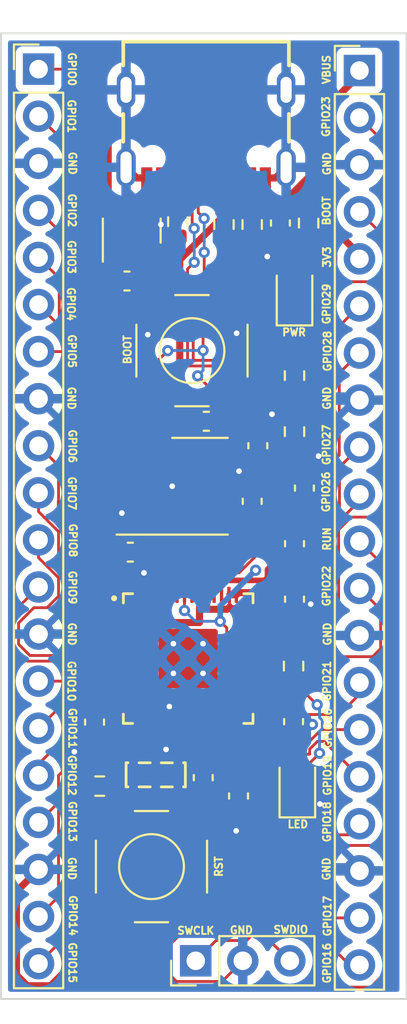
<source format=kicad_pcb>
(kicad_pcb (version 20211014) (generator pcbnew)
  (title_block (title "ENGR3430 Miniproject 3") (date "2022-09-22") (company "Olin College of Engineering"))
  (layers (0 "F.Cu" signal) (31 "B.Cu" signal) (34 "B.Paste" user) (35 "F.Paste" user) (36 "B.SilkS" user "B.Silkscreen") (37 "F.SilkS" user "F.Silkscreen") (38 "B.Mask" user) (39 "F.Mask" user) (44 "Edge.Cuts" user))
  (net 0 "")
  (net 1 "GND")
  (net 2 "+3V3")
  (net 3 "Net-(C10-Pad1)")
  (net 4 "/VBUS")
  (net 5 "Net-(D1-Pad2)")
  (net 6 "Net-(D2-Pad2)")
  (net 7 "Net-(J1-PadA5)")
  (net 8 "Net-(J1-PadA6)")
  (net 9 "Net-(J1-PadA7)")
  (net 11 "Net-(J1-PadB5)")
  (net 13 "/GPIO0")
  (net 14 "/GPIO1")
  (net 15 "/GPIO2")
  (net 16 "/GPIO3")
  (net 17 "/GPIO4")
  (net 18 "/GPIO5")
  (net 19 "/GPIO6")
  (net 20 "/GPIO7")
  (net 21 "/GPIO8")
  (net 22 "/GPIO9")
  (net 23 "/GPIO10")
  (net 24 "/GPIO11")
  (net 25 "/GPIO12")
  (net 26 "/GPIO13")
  (net 27 "/GPIO14")
  (net 28 "/GPIO15")
  (net 29 "/SWCLK")
  (net 30 "/SWDIO")
  (net 31 "/GPIO23")
  (net 32 "/BOOT")
  (net 33 "/GPIO29")
  (net 34 "/GPIO28")
  (net 35 "/GPIO27")
  (net 36 "/GPIO26")
  (net 37 "/RUN")
  (net 38 "/GPIO22")
  (net 39 "/GPIO21")
  (net 40 "/GPIO20")
  (net 41 "/GPIO19")
  (net 42 "/GPIO18")
  (net 43 "/GPIO17")
  (net 44 "/GPIO16")
  (net 45 "Net-(R5-Pad2)")
  (net 46 "Net-(R6-Pad2)")
  (net 47 "/GPIO25")
  (net 48 "Net-(U1-Pad2)")
  (net 49 "Net-(U1-Pad3)")
  (net 50 "Net-(U1-Pad5)")
  (net 51 "Net-(U1-Pad6)")
  (net 52 "Net-(U1-Pad7)")
  (net 53 "Net-(U2-Pad20)")
  (net 54 "Net-(U2-Pad21)")
  (net 55 "/GPIO24")
  (footprint "Capacitor_SMD:C_0603_1608Metric" (layer "F.Cu") (at 68.7832 122.4788 -90)
    (fp_text reference "C5" hide)
    (fp_text value "0.1µF")
  )
  (footprint "Resistor_SMD:R_0603_1608Metric" (layer "F.Cu") (at 58.3184 125.9586)
    (fp_text reference "R2" hide)
    (fp_text value "5.1K")
  )
  (footprint "Package_SON:WSON-8-1EP_6x5mm_P1.27mm_EP3.4x4.3mm" (layer "F.Cu") (at 62.23 109.7788)
    (fp_text reference "U1" hide)
    (fp_text value "W25Q128JV")
  )
  (footprint "Capacitor_SMD:C_0603_1608Metric" (layer "F.Cu") (at 68.834 112.8776 90)
    (fp_text reference "C8" hide)
    (fp_text value "1µF")
  )
  (footprint "Resistor_SMD:R_0603_1608Metric" (layer "F.Cu") (at 66.548 95.6564 -90)
    (fp_text reference "R4" hide)
    (fp_text value "5.1K")
  )
  (footprint "Connector_PinHeader_2.54mm:PinHeader_1x20_P2.54mm_Vertical" (layer "F.Cu") (at 72.3392 87.3506)
    (fp_text reference "J4" hide)
    (fp_text value "RIGHT")
  )
  (footprint "Capacitor_SMD:C_0603_1608Metric" (layer "F.Cu") (at 59.7916 98.7044 180)
    (fp_text reference "C13" hide)
    (fp_text value "10µF")
  )
  (footprint "Capacitor_SMD:C_0603_1608Metric" (layer "F.Cu") (at 69.3674 109.8804 90)
    (fp_text reference "C9" hide)
    (fp_text value "1µF")
  )
  (footprint "Capacitor_SMD:C_0603_1608Metric" (layer "F.Cu") (at 64.0718 106.2736)
    (fp_text reference "C1" hide)
    (fp_text value "0.1µF")
  )
  (footprint "Connector_PinHeader_2.54mm:PinHeader_1x03_P2.54mm_Vertical" (layer "F.Cu") (at 63.5 135.382 90)
    (fp_text reference "J3" hide)
    (fp_text value "DEBUG")
  )
  (footprint "Eclectronics:TL3301AFxxxxJ" (layer "F.Cu") (at 63.2968 102.4636 180)
    (fp_text reference "BOOT")
    (fp_text value "BOOT")
  )
  (footprint "Resistor_SMD:R_0603_1608Metric" (layer "F.Cu") (at 65.024 95.6564 90)
    (fp_text reference "R3" hide)
    (fp_text value "5.1K")
  )
  (footprint "Eclectronics:RP2040" (layer "F.Cu") (at 63.0936 119.0752)
    (fp_text reference "U2" hide)
    (fp_text value "RP2040")
  )
  (footprint "Eclectronics:TL3301AFxxxxJ" (layer "F.Cu") (at 61.1124 130.302)
    (fp_text reference "RST")
    (fp_text value "RST")
  )
  (footprint "Capacitor_SMD:C_0603_1608Metric" (layer "F.Cu") (at 68.834 115.8748 -90)
    (fp_text reference "C6" hide)
    (fp_text value "0.1µF")
  )
  (footprint "Capacitor_SMD:C_0603_1608Metric" (layer "F.Cu") (at 66.548 110.5916 90)
    (fp_text reference "C11" hide)
    (fp_text value "0.1µF")
  )
  (footprint "LED_SMD:LED_0805_2012Metric" (layer "F.Cu") (at 68.834 99.4156 90)
    (fp_text reference "PWR")
    (fp_text value "PWR")
  )
  (footprint "Connector_PinHeader_2.54mm:PinHeader_1x20_P2.54mm_Vertical" (layer "F.Cu") (at 55.0164 87.2744)
    (fp_text reference "J2" hide)
    (fp_text value "LEFT")
  )
  (footprint "Resistor_SMD:R_0603_1608Metric" (layer "F.Cu") (at 68.834 103.8098 -90)
    (fp_text reference "R5" hide)
    (fp_text value "27Ω")
  )
  (footprint "Resistor_SMD:R_0603_1608Metric" (layer "F.Cu") (at 69.596 95.5802 -90)
    (fp_text reference "R8" hide)
    (fp_text value "1K")
  )
  (footprint "Resistor_SMD:R_0603_1608Metric" (layer "F.Cu") (at 68.834 106.8324 -90)
    (fp_text reference "R6" hide)
    (fp_text value "27Ω")
  )
  (footprint "Capacitor_SMD:C_0603_1608Metric" (layer "F.Cu") (at 68.072 95.5802 90)
    (fp_text reference "C12" hide)
    (fp_text value "10µF")
  )
  (footprint "Resistor_SMD:R_0603_1608Metric" (layer "F.Cu") (at 68.7832 119.4816 -90)
    (fp_text reference "R7" hide)
    (fp_text value "1K")
  )
  (footprint "Capacitor_SMD:C_0603_1608Metric" (layer "F.Cu") (at 59.9694 113.3348)
    (fp_text reference "C2" hide)
    (fp_text value "0.1µF")
  )
  (footprint "Capacitor_SMD:C_0603_1608Metric" (layer "F.Cu") (at 65.8114 126.492 -90)
    (fp_text reference "C10" hide)
    (fp_text value "0.1µF")
  )
  (footprint "Capacitor_SMD:C_0603_1608Metric" (layer "F.Cu") (at 63.9064 125.5014 -90)
    (fp_text reference "C4" hide)
    (fp_text value "0.1µF")
  )
  (footprint "Eclectronics:CSTNE" (layer "F.Cu") (at 61.341 125.349 180)
    (fp_text reference "Y1" hide)
    (fp_text value "12MHz")
  )
  (footprint "LED_SMD:LED_0805_2012Metric" (layer "F.Cu") (at 68.9864 125.9586 90)
    (fp_text reference "LED")
    (fp_text value "LED")
  )
  (footprint "Capacitor_SMD:C_0603_1608Metric" (layer "F.Cu") (at 58.039 122.5042 -90)
    (fp_text reference "C3" hide)
    (fp_text value "0.1µF")
  )
  (footprint "Eclectronics:USB4105-GF-A" (layer "F.Cu") (at 64.0588 88.392 180)
    (fp_text reference "J1" hide)
    (fp_text value "USB4105-GF-A")
  )
  (footprint "Capacitor_SMD:C_0603_1608Metric" (layer "F.Cu") (at 66.8528 107.5944 90)
    (fp_text reference "C7" hide)
    (fp_text value "0.1µF")
  )
  (footprint "Resistor_SMD:R_0603_1608Metric" (layer "F.Cu") (at 62.5348 95.504 -90)
    (fp_text reference "R1" hide)
    (fp_text value "5.1K")
  )
  (footprint "Package_TO_SOT_SMD:SOT-23" (layer "F.Cu") (at 60.0456 95.9866 90)
    (fp_text reference "U3" hide)
    (fp_text value "MCP1702T-3302E_CB")
  )
  (gr_rect (start 52.9844 85.344) (end 74.8792 137.4394) (layer "Edge.Cuts") (width 0.1) (fill none))
  (gr_text "GPIO20" (at 70.6374 122.8344 90) (layer "F.SilkS") (effects (font (size 0.4 0.4) (thickness 0.1))))
  (gr_text "GPIO16" (at 70.5866 135.509 90) (layer "F.SilkS") (effects (font (size 0.4 0.4) (thickness 0.1))))
  (gr_text "GND" (at 56.8452 92.3544 270) (layer "F.SilkS") (effects (font (size 0.4 0.4) (thickness 0.1))))
  (gr_text "GPIO27" (at 70.5612 107.5436 90) (layer "F.SilkS") (effects (font (size 0.4 0.4) (thickness 0.1))))
  (gr_text "GND" (at 70.612 117.7544 90) (layer "F.SilkS") (effects (font (size 0.4 0.4) (thickness 0.1))))
  (gr_text "GPIO6" (at 56.8452 107.6198 270) (layer "F.SilkS") (effects (font (size 0.4 0.4) (thickness 0.1))))
  (gr_text "GPIO21" (at 70.5866 120.2944 90) (layer "F.SilkS") (effects (font (size 0.4 0.4) (thickness 0.1))))
  (gr_text "GPIO2" (at 56.8198 94.8944 270) (layer "F.SilkS") (effects (font (size 0.4 0.4) (thickness 0.1))))
  (gr_text "3V3" (at 70.5866 97.409 90) (layer "F.SilkS") (effects (font (size 0.4 0.4) (thickness 0.1))))
  (gr_text "GPIO0" (at 56.8198 87.2744 270) (layer "F.SilkS") (effects (font (size 0.4 0.4) (thickness 0.1))))
  (gr_text "GPIO10" (at 56.7944 120.2944 270) (layer "F.SilkS") (effects (font (size 0.4 0.4) (thickness 0.1))))
  (gr_text "GPIO19" (at 70.612 125.3744 90) (layer "F.SilkS") (effects (font (size 0.4 0.4) (thickness 0.1))))
  (gr_text "GND" (at 56.8198 117.7544 270) (layer "F.SilkS") (effects (font (size 0.4 0.4) (thickness 0.1))))
  (gr_text "GPIO8" (at 56.8706 112.6998 270) (layer "F.SilkS") (effects (font (size 0.4 0.4) (thickness 0.1))))
  (gr_text "GPIO14" (at 56.8706 132.9436 270) (layer "F.SilkS") (effects (font (size 0.4 0.4) (thickness 0.1))))
  (gr_text "GPIO12" (at 56.8198 125.3744 270) (layer "F.SilkS") (effects (font (size 0.4 0.4) (thickness 0.1))))
  (gr_text "GPIO26" (at 70.5358 110.0836 90) (layer "F.SilkS") (effects (font (size 0.4 0.4) (thickness 0.1))))
  (gr_text "GND" (at 56.8198 130.4036 270) (layer "F.SilkS") (effects (font (size 0.4 0.4) (thickness 0.1))))
  (gr_text "GPIO5" (at 56.8198 102.489 270) (layer "F.SilkS") (effects (font (size 0.4 0.4) (thickness 0.1))))
  (gr_text "GPIO4" (at 56.769 99.949 270) (layer "F.SilkS") (effects (font (size 0.4 0.4) (thickness 0.1))))
  (gr_text "GPIO17" (at 70.612 132.969 90) (layer "F.SilkS") (effects (font (size 0.4 0.4) (thickness 0.1))))
  (gr_text "GND" (at 70.5612 130.429 90) (layer "F.SilkS") (effects (font (size 0.4 0.4) (thickness 0.1))))
  (gr_text "GPIO23" (at 70.5358 89.8398 90) (layer "F.SilkS") (effects (font (size 0.4 0.4) (thickness 0.1))))
  (gr_text "GPIO11" (at 56.8452 122.8344 270) (layer "F.SilkS") (effects (font (size 0.4 0.4) (thickness 0.1))))
  (gr_text "VBUS" (at 70.5612 87.2998 90) (layer "F.SilkS") (effects (font (size 0.4 0.4) (thickness 0.1))))
  (gr_text "GPIO29" (at 70.5612 99.949 90) (layer "F.SilkS") (effects (font (size 0.4 0.4) (thickness 0.1))))
  (gr_text "GPIO22" (at 70.5612 115.1636 90) (layer "F.SilkS") (effects (font (size 0.4 0.4) (thickness 0.1))))
  (gr_text "GND" (at 65.9638 133.731) (layer "F.SilkS") (effects (font (size 0.4 0.4) (thickness 0.1))))
  (gr_text "GND" (at 70.5866 92.3798 90) (layer "F.SilkS") (effects (font (size 0.4 0.4) (thickness 0.1))))
  (gr_text "GPIO18" (at 70.5866 127.889 90) (layer "F.SilkS") (effects (font (size 0.4 0.4) (thickness 0.1))))
  (gr_text "SWCLK" (at 63.5 133.7564) (layer "F.SilkS") (effects (font (size 0.4 0.4) (thickness 0.1))))
  (gr_text "GPIO28" (at 70.612 102.489 90) (layer "F.SilkS") (effects (font (size 0.4 0.4) (thickness 0.1))))
  (gr_text "GND" (at 56.7944 105.029 270) (layer "F.SilkS") (effects (font (size 0.4 0.4) (thickness 0.1))))
  (gr_text "GPIO13" (at 56.8452 127.8636 270) (layer "F.SilkS") (effects (font (size 0.4 0.4) (thickness 0.1))))
  (gr_text "GPIO1" (at 56.7944 89.8144 270) (layer "F.SilkS") (effects (font (size 0.4 0.4) (thickness 0.1))))
  (gr_text "RUN" (at 70.5866 112.6236 90) (layer "F.SilkS") (effects (font (size 0.4 0.4) (thickness 0.1))))
  (gr_text "GND" (at 70.5866 105.029 90) (layer "F.SilkS") (effects (font (size 0.4 0.4) (thickness 0.1))))
  (gr_text "BOOT" (at 70.5612 94.9198 90) (layer "F.SilkS") (effects (font (size 0.4 0.4) (thickness 0.1))))
  (gr_text "GPIO7" (at 56.8198 110.1598 270) (layer "F.SilkS") (effects (font (size 0.4 0.4) (thickness 0.1))))
  (gr_text "GPIO9" (at 56.8452 115.2398 270) (layer "F.SilkS") (effects (font (size 0.4 0.4) (thickness 0.1))))
  (gr_text "GPIO15" (at 56.8452 135.4836 270) (layer "F.SilkS") (effects (font (size 0.4 0.4) (thickness 0.1))))
  (gr_text "GPIO3" (at 56.7944 97.409 270) (layer "F.SilkS") (effects (font (size 0.4 0.4) (thickness 0.1))))
  (gr_text "SWDIO" (at 68.6308 133.7056) (layer "F.SilkS") (effects (font (size 0.4 0.4) (thickness 0.1))))
  (segment (start 56.9468 123.4694) (end 57.137 123.2792) (width 0.381) (layer "F.Cu") (net 1))
  (segment (start 68.834 100.3531) (end 65.8363 100.3531) (width 0.381) (layer "F.Cu") (net 1))
  (segment (start 53.8235 136.1449) (end 53.8235 131.6473) (width 0.381) (layer "F.Cu") (net 1))
  (segment (start 68.072 96.3552) (end 68.072 96.6724) (width 0.381) (layer "F.Cu") (net 1))
  (segment (start 62.5348 96.329) (end 62.293 96.329) (width 0.381) (layer "F.Cu") (net 1))
  (segment (start 62.4604 136.4996) (end 64.9224 136.4996) (width 0.1524) (layer "F.Cu") (net 1))
  (segment (start 59.5122 111.2266) (end 59.53 111.2444) (width 0.381) (layer "F.Cu") (net 1))
  (segment (start 69.414296 109.1054) (end 69.3674 109.1054) (width 0.381) (layer "F.Cu") (net 1))
  (segment (start 60.5258 100.2136) (end 60.8968 100.2136) (width 0.381) (layer "F.Cu") (net 1))
  (segment (start 65.6844 127.394) (end 65.6844 128.3716) (width 0.381) (layer "F.Cu") (net 1))
  (segment (start 66.6742 96.3552) (end 66.548 96.4814) (width 0.381) (layer "F.Cu") (net 1))
  (segment (start 63.5124 133.109) (end 62.0014 134.62) (width 0.1524) (layer "F.Cu") (net 1))
  (segment (start 62.293 96.329) (end 61.6204 95.6564) (width 0.381) (layer "F.Cu") (net 1))
  (segment (start 53.8235 131.6473) (end 55.0164 130.4544) (width 0.381) (layer "F.Cu") (net 1))
  (segment (start 54.4068 136.7282) (end 53.8235 136.1449) (width 0.381) (layer "F.Cu") (net 1))
  (segment (start 59.0956 96.9241) (end 59.0956 98.6254) (width 0.381) (layer "F.Cu") (net 1))
  (segment (start 63.5124 132.552) (end 63.5124 133.109) (width 0.1524) (layer "F.Cu") (net 1))
  (segment (start 66.8528 106.8194) (end 66.8528 106.6546) (width 0.381) (layer "F.Cu") (net 1))
  (segment (start 60.8968 101.5876) (end 60.9092 101.6) (width 0.381) (layer "F.Cu") (net 1))
  (segment (start 68.5495 111.8181) (end 68.5495 109.1054) (width 0.381) (layer "F.Cu") (net 1))
  (segment (start 70.2056 126.9238) (end 70.1779 126.8961) (width 0.381) (layer "F.Cu") (net 1))
  (segment (start 59.53 111.2444) (end 59.53 111.6838) (width 0.381) (layer "F.Cu") (net 1))
  (segment (start 64.9224 136.4996) (end 66.04 135.382) (width 0.1524) (layer "F.Cu") (net 1))
  (segment (start 66.548 109.6772) (end 65.8368 108.966) (width 0.381) (layer "F.Cu") (net 1))
  (segment (start 65.6968 100.2136) (end 65.6968 101.5108) (width 0.381) (layer "F.Cu") (net 1))
  (segment (start 59.0956 98.6254) (end 59.0166 98.7044) (width 0.381) (layer "F.Cu") (net 1))
  (segment (start 61.341 125.349) (end 61.341 124.536521) (width 0.381) (layer "F.Cu") (net 1))
  (segment (start 58.7124 133.683) (end 55.6672 136.7282) (width 0.381) (layer "F.Cu") (net 1))
  (segment (start 56.9468 124.1044) (end 56.9468 123.4694) (width 0.381) (layer "F.Cu") (net 1))
  (segment (start 68.7832 123.2538) (end 69.1766 123.2538) (width 0.381) (layer "F.Cu") (net 1))
  (segment (start 62.0936 121.681577) (end 62.077323 121.6653) (width 0.1524) (layer "F.Cu") (net 1))
  (segment (start 60.7444 114.414) (end 60.706 114.4524) (width 0.381) (layer "F.Cu") (net 1))
  (segment (start 62.0014 134.62) (end 62.0014 136.0406) (width 0.1524) (layer "F.Cu") (net 1))
  (segment (start 68.072 96.3552) (end 66.6742 96.3552) (width 0.381) (layer "F.Cu") (net 1))
  (segment (start 60.3138 93.147) (end 59.7388 92.572) (width 0.381) (layer "F.Cu") (net 1))
  (segment (start 64.8208 126.2764) (end 65.8114 127.267) (width 0.381) (layer "F.Cu") (net 1))
  (segment (start 57.137 123.2792) (end 58.039 123.2792) (width 0.381) (layer "F.Cu") (net 1))
  (segment (start 58.7124 132.552) (end 58.7124 133.683) (width 0.381) (layer "F.Cu") (net 1))
  (segment (start 65.8363 100.3531) (end 65.6968 100.2136) (width 0.381) (layer "F.Cu") (net 1))
  (segment (start 70.0151 108.267) (end 70.0151 108.504596) (width 0.381) (layer "F.Cu") (net 1))
  (segment (start 66.548 109.8166) (end 66.548 109.6772) (width 0.381) (layer "F.Cu") (net 1))
  (segment (start 68.072 96.6724) (end 67.3608 97.3836) (width 0.381) (layer "F.Cu") (net 1))
  (segment (start 69.196852 116.6498) (end 68.834 116.6498) (width 0.381) (layer "F.Cu") (net 1))
  (segment (start 63.2968 106.2736) (end 63.2968 108.712) (width 0.381) (layer "F.Cu") (net 1))
  (segment (start 65.8114 127.267) (end 65.6844 127.394) (width 0.381) (layer "F.Cu") (net 1))
  (segment (start 68.5495 109.1054) (end 69.3674 109.1054) (width 0.381) (layer "F.Cu") (net 1))
  (segment (start 63.9064 126.2764) (end 64.8208 126.2764) (width 0.381) (layer "F.Cu") (net 1))
  (segment (start 70.0151 108.504596) (end 69.414296 109.1054) (width 0.381) (layer "F.Cu") (net 1))
  (segment (start 60.7444 113.3348) (end 60.7444 114.414) (width 0.381) (layer "F.Cu") (net 1))
  (segment (start 67.8038 93.147) (end 68.3788 92.572) (width 0.381) (layer "F.Cu") (net 1))
  (segment (start 63.2968 108.712) (end 62.23 109.7788) (width 0.381) (layer "F.Cu") (net 1))
  (segment (start 70.1779 126.8961) (end 68.9864 126.8961) (width 0.381) (layer "F.Cu") (net 1))
  (segment (start 60.8588 93.147) (end 60.3138 93.147) (width 0.381) (layer "F.Cu") (net 1))
  (segment (start 62.0936 122.5127) (end 62.0936 121.681577) (width 0.1524) (layer "F.Cu") (net 1))
  (segment (start 68.834 112.1026) (end 68.5495 111.8181) (width 0.381) (layer "F.Cu") (net 1))
  (segment (start 60.8968 100.2136) (end 60.8968 101.5876) (width 0.381) (layer "F.Cu") (net 1))
  (segment (start 61.341 124.536521) (end 61.899961 123.97756) (width 0.381) (layer "F.Cu") (net 1))
  (segment (start 67.2588 93.147) (end 67.8038 93.147) (width 0.381) (layer "F.Cu") (net 1))
  (segment (start 70.1289 108.1532) (end 70.0151 108.267) (width 0.381) (layer "F.Cu") (net 1))
  (segment (start 62.0014 136.0406) (end 62.4604 136.4996) (width 0.1524) (layer "F.Cu") (net 1))
  (segment (start 69.707726 116.138926) (end 69.196852 116.6498) (width 0.381) (layer "F.Cu") (net 1))
  (segment (start 69.1766 123.2538) (end 69.7992 122.6312) (width 0.381) (layer "F.Cu") (net 1))
  (segment (start 66.8528 106.6546) (end 67.6148 105.8926) (width 0.381) (layer "F.Cu") (net 1))
  (segment (start 65.6968 101.5108) (end 65.7098 101.5238) (width 0.381) (layer "F.Cu") (net 1))
  (segment (start 59.0166 98.7044) (end 60.5258 100.2136) (width 0.381) (layer "F.Cu") (net 1))
  (segment (start 55.6672 136.7282) (end 54.4068 136.7282) (width 0.381) (layer "F.Cu") (net 1))
  (via (at 69.7992 122.6312) (size 0.6096) (drill 0.3048) (layers "F.Cu" "B.Cu") (net 1))
  (via (at 61.6204 95.6564) (size 0.6096) (drill 0.3048) (layers "F.Cu" "B.Cu") (net 1))
  (via (at 70.2056 126.9238) (size 0.6096) (drill 0.3048) (layers "F.Cu" "B.Cu") (net 1))
  (via (at 60.9092 101.6) (size 0.6096) (drill 0.3048) (layers "F.Cu" "B.Cu") (net 1))
  (via (at 67.3608 97.3836) (size 0.6096) (drill 0.3048) (layers "F.Cu" "B.Cu") (net 1))
  (via (at 65.8368 108.966) (size 0.6096) (drill 0.3048) (layers "F.Cu" "B.Cu") (net 1))
  (via (at 70.1289 108.1532) (size 0.6096) (drill 0.3048) (layers "F.Cu" "B.Cu") (net 1))
  (via (at 60.706 114.4524) (size 0.6096) (drill 0.3048) (layers "F.Cu" "B.Cu") (net 1))
  (via (at 67.6148 105.8926) (size 0.6096) (drill 0.3048) (layers "F.Cu" "B.Cu") (net 1))
  (via (at 62.077323 121.6653) (size 0.6096) (drill 0.3048) (layers "F.Cu" "B.Cu") (net 1))
  (via (at 56.9468 124.1044) (size 0.6096) (drill 0.3048) (layers "F.Cu" "B.Cu") (net 1))
  (via (at 65.7098 101.5238) (size 0.6096) (drill 0.3048) (layers "F.Cu" "B.Cu") (net 1))
  (via (at 59.5122 111.2266) (size 0.6096) (drill 0.3048) (layers "F.Cu" "B.Cu") (net 1))
  (via (at 65.6844 128.3716) (size 0.6096) (drill 0.3048) (layers "F.Cu" "B.Cu") (net 1))
  (via (at 69.707726 116.138926) (size 0.6096) (drill 0.3048) (layers "F.Cu" "B.Cu") (net 1))
  (via (at 61.899961 123.97756) (size 0.6096) (drill 0.3048) (layers "F.Cu" "B.Cu") (net 1))
  (via (at 62.23 109.7788) (size 0.6096) (drill 0.3048) (layers "F.Cu" "B.Cu") (net 1))
  (segment (start 65.6844 128.3716) (end 67.6148 130.302) (width 0.381) (layer "B.Cu") (net 1))
  (segment (start 59.5122 111.2266) (end 60.7822 111.2266) (width 0.381) (layer "B.Cu") (net 1))
  (segment (start 60.9092 101.6) (end 57.4548 105.0544) (width 0.381) (layer "B.Cu") (net 1))
  (segment (start 69.7992 122.6312) (end 68.3788 121.2108) (width 0.381) (layer "B.Cu") (net 1))
  (segment (start 60.9854 101.5238) (end 60.9092 101.6) (width 0.381) (layer "B.Cu") (net 1))
  (segment (start 61.6204 95.6564) (end 59.7388 93.7748) (width 0.381) (layer "B.Cu") (net 1))
  (segment (start 56.9468 124.1044) (end 57.223626 123.827574) (width 0.381) (layer "B.Cu") (net 1))
  (segment (start 58.166423 117.7544) (end 55.0164 117.7544) (width 0.381) (layer "B.Cu") (net 1))
  (segment (start 60.7822 111.2266) (end 62.23 109.7788) (width 0.381) (layer "B.Cu") (net 1))
  (segment (start 70.1289 107.1123) (end 72.1106 105.1306) (width 0.381) (layer "B.Cu") (net 1))
  (segment (start 65.8368 108.966) (end 59.7388 102.868) (width 0.381) (layer "B.Cu") (net 1))
  (segment (start 62.077323 121.6653) (end 58.166423 117.7544) (width 0.381) (layer "B.Cu") (net 1))
  (segment (start 67.3608 97.3836) (end 68.3788 96.3656) (width 0.381) (layer "B.Cu") (net 1))
  (segment (start 59.7388 102.868) (end 59.7388 92.572) (width 0.381) (layer "B.Cu") (net 1))
  (segment (start 57.4548 105.0544) (end 55.0164 105.0544) (width 0.381) (layer "B.Cu") (net 1))
  (segment (start 68.6054 104.902) (end 72.1106 104.902) (width 0.381) (layer "B.Cu") (net 1))
  (segment (start 67.6148 105.8926) (end 68.6054 104.902) (width 0.381) (layer "B.Cu") (net 1))
  (segment (start 70.1289 108.1532) (end 70.1289 107.1123) (width 0.381) (layer "B.Cu") (net 1))
  (segment (start 72.3392 130.302) (end 72.3392 130.5306) (width 0.381) (layer "B.Cu") (net 1))
  (segment (start 69.838761 92.796798) (end 69.613963 92.572) (width 0.381) (layer "B.Cu") (net 1))
  (segment (start 69.613963 92.572) (end 68.3788 92.572) (width 0.381) (layer "B.Cu") (net 1))
  (segment (start 72.1106 104.902) (end 72.3392 105.1306) (width 0.381) (layer "B.Cu") (net 1))
  (segment (start 61.899961 123.97756) (end 61.49324 123.97756) (width 0.381) (layer "B.Cu") (net 1))
  (segment (start 68.3788 121.2108) (end 68.3788 92.572) (width 0.381) (layer "B.Cu") (net 1))
  (segment (start 72.1106 130.302) (end 72.3392 130.5306) (width 0.381) (layer "B.Cu") (net 1))
  (segment (start 60.706 114.4524) (end 58.3184 114.4524) (width 0.381) (layer "B.Cu") (net 1))
  (segment (start 57.223626 119.961626) (end 55.0164 117.7544) (width 0.381) (layer "B.Cu") (net 1))
  (segment (start 70.2056 126.9238) (end 70.2056 128.1684) (width 0.381) (layer "B.Cu") (net 1))
  (segment (start 69.838761 116.007891) (end 69.838761 92.796798) (width 0.381) (layer "B.Cu") (net 1))
  (segment (start 70.2056 128.1684) (end 72.3392 130.302) (width 0.381) (layer "B.Cu") (net 1))
  (segment (start 59.7388 93.7748) (end 59.7388 92.572) (width 0.381) (layer "B.Cu") (net 1))
  (segment (start 62.23 109.728) (end 59.69 109.728) (width 0.381) (layer "B.Cu") (net 1))
  (segment (start 68.3788 96.3656) (end 68.3788 92.572) (width 0.381) (layer "B.Cu") (net 1))
  (segment (start 58.3184 114.4524) (end 55.0164 117.7544) (width 0.381) (layer "B.Cu") (net 1))
  (segment (start 69.707726 116.138926) (end 69.838761 116.007891) (width 0.381) (layer "B.Cu") (net 1))
  (segment (start 67.6148 130.302) (end 72.1106 130.302) (width 0.381) (layer "B.Cu") (net 1))
  (segment (start 60.833 130.4544) (end 55.0164 130.4544) (width 0.381) (layer "B.Cu") (net 1))
  (segment (start 57.223626 123.827574) (end 57.223626 119.961626) (width 0.381) (layer "B.Cu") (net 1))
  (segment (start 65.7098 101.5238) (end 60.9854 101.5238) (width 0.381) (layer "B.Cu") (net 1))
  (segment (start 63.9572 127.3302) (end 60.833 130.4544) (width 0.381) (layer "B.Cu") (net 1))
  (segment (start 61.49324 123.97756) (end 55.0164 130.4544) (width 0.381) (layer "B.Cu") (net 1))
  (segment (start 72.1106 105.1306) (end 72.3392 105.1306) (width 0.381) (layer "B.Cu") (net 1))
  (segment (start 59.69 109.728) (end 55.0164 105.0544) (width 0.381) (layer "B.Cu") (net 1))
  (segment (start 66.5471 120.0912) (end 66.5311 120.0752) (width 0.1524) (layer "F.Cu") (net 2))
  (segment (start 65.1586 108.1024) (end 64.93 107.8738) (width 0.381) (layer "F.Cu") (net 2))
  (segment (start 60.0607 122.1081) (end 60.3504 121.8184) (width 0.1524) (layer "F.Cu") (net 2))
  (segment (start 68.834 121.6152) (end 68.7832 121.666) (width 0.381) (layer "F.Cu") (net 2))
  (segment (start 59.5981 126.6419) (end 62.9569 126.6419) (width 0.381) (layer "F.Cu") (net 2))
  (segment (start 59.69 116.1034) (end 59.69 116.1796) (width 0.381) (layer "F.Cu") (net 2))
  (segment (start 60.452 121.7168) (end 60.9092 121.2596) (width 0.381) (layer "F.Cu") (net 2))
  (segment (start 65.7957 119.927029) (end 65.943871 120.0752) (width 0.1524) (layer "F.Cu") (net 2))
  (segment (start 65.8876 119.963892) (end 65.8876 119.9896) (width 0.3048) (layer "F.Cu") (net 2))
  (segment (start 65.9892 108.1024) (end 66.2562 108.3694) (width 0.381) (layer "F.Cu") (net 2))
  (segment (start 65.2272 116.3828) (end 65.7507 116.3828) (width 0.381) (layer "F.Cu") (net 2))
  (segment (start 64.8468 106.2736) (end 64.574932 106.2736) (width 0.381) (layer "F.Cu") (net 2))
  (segment (start 67.8688 115.1128) (end 67.3608 115.6208) (width 0.381) (layer "F.Cu") (net 2))
  (segment (start 63.754 114.6048) (end 63.64166 114.6048) (width 0.3048) (layer "F.Cu") (net 2))
  (segment (start 65.3288 115.6729) (end 65.2936 115.6377) (width 0.1524) (layer "F.Cu") (net 2))
  (segment (start 66.5501 116.4942) (end 66.5311 116.4752) (width 0.1524) (layer "F.Cu") (net 2))
  (segment (start 61.1507 121.0181) (end 62.5473 121.0181) (width 0.381) (layer "F.Cu") (net 2))
  (segment (start 63.3857 114.86076) (end 63.2936 114.95286) (width 0.1524) (layer "F.Cu") (net 2))
  (segment (start 68.017413 115.757203) (end 67.7113 116.063316) (width 0.381) (layer "F.Cu") (net 2))
  (segment (start 66.5471 120.0912) (end 67.2084 120.0912) (width 0.1524) (layer "F.Cu") (net 2))
  (segment (start 59.1566 113.3726) (end 59.1566 115.57) (width 0.381) (layer "F.Cu") (net 2))
  (segment (start 60.9092 120.0912) (end 60.2488 120.0912) (width 0.3048) (layer "F.Cu") (net 2))
  (segment (start 67.7113 116.4336) (end 67.6507 116.4942) (width 0.3048) (layer "F.Cu") (net 2))
  (segment (start 63.3095 123.2916) (end 63.3095 123.1011) (width 0.3048) (layer "F.Cu") (net 2))
  (segment (start 67.4065 108.9231) (end 66.8528 108.3694) (width 0.381) (layer "F.Cu") (net 2))
  (segment (start 63.2936 123.0852) (end 63.2936 122.5127) (width 0.1524) (layer "F.Cu") (net 2))
  (segment (start 63.2936 115.6377) (end 63.6936 115.6377) (width 0.3048) (layer "F.Cu") (net 2))
  (segment (start 68.50105 95.6004) (end 69.34625 94.7552) (width 0.3048) (layer "F.Cu") (net 2))
  (segment (start 63.3095 123.1011) (end 63.2968 123.0884) (width 0.3048) (layer "F.Cu") (net 2))
  (segment (start 60.9092 117.0432) (end 60.9983 117.1323) (width 0.381) (layer "F.Cu") (net 2))
  (segment (start 65.538457 113.728499) (end 67.4065 111.860456) (width 0.381) (layer "F.Cu") (net 2))
  (segment (start 63.0885 125.5443) (end 63.9064 124.7264) (width 0.381) (layer "F.Cu") (net 2))
  (segment (start 60.3504 121.8184) (end 60.452 121.7168) (width 0.1524) (layer "F.Cu") (net 2))
  (segment (start 66.6496 116.3567) (end 66.564 116.4423) (width 0.381) (layer "F.Cu") (net 2))
  (segment (start 63.9064 124.7264) (end 63.3095 124.1295) (width 0.381) (layer "F.Cu") (net 2))
  (segment (start 68.0034 120.715695) (end 68.0034 120.0912) (width 0.3048) (layer "F.Cu") (net 2))
  (segment (start 63.6936 116.2716) (end 63.7032 116.2812) (width 0.1524) (layer "F.Cu") (net 2))
  (segment (start 66.2562 108.3694) (end 66.8528 108.3694) (width 0.381) (layer "F.Cu") (net 2))
  (segment (start 65.1919 116.4181) (end 65.2272 116.3828) (width 0.381) (layer "F.Cu") (net 2))
  (segment (start 65.024 95.1738) (end 65.024 94.8314) (width 0.381) (layer "F.Cu") (net 2))
  (segment (start 63.754 114.6048) (end 63.754 114.2746) (width 0.381) (layer "F.Cu") (net 2))
  (segment (start 60.9983 117.1323) (end 63.7032 117.1323) (width 0.381) (layer "F.Cu") (net 2))
  (segment (start 68.7832 121.666) (end 68.7832 121.7038) (width 0.381) (layer "F.Cu") (net 2))
  (segment (start 65.7776 95.6004) (end 68.50105 95.6004) (width 0.3048) (layer "F.Cu") (net 2))
  (segment (start 69.34625 94.7552) (end 69.596 94.7552) (width 0.3048) (layer "F.Cu") (net 2))
  (segment (start 63.2968 123.0884) (end 63.2936 123.0852) (width 0.1524) (layer "F.Cu") (net 2))
  (segment (start 60.3504 116.4844) (end 60.9092 117.0432) (width 0.381) (layer "F.Cu") (net 2))
  (segment (start 63.7032 116.2812) (end 63.7032 117.1323) (width 0.381) (layer "F.Cu") (net 2))
  (segment (start 60.9092 120.0912) (end 60.9092 117.0432) (width 0.381) (layer "F.Cu") (net 2))
  (segment (start 63.2968 121.7676) (end 63.2968 121.9708) (width 0.3048) (layer "F.Cu") (net 2))
  (segment (start 65.024 94.8314) (end 65.024 94.8944) (width 0.3048) (layer "F.Cu") (net 2))
  (segment (start 63.0885 126.5093) (end 63.0885 125.5443) (width 0.381) (layer "F.Cu") (net 2))
  (segment (start 63.64166 114.6048) (end 63.3857 114.86076) (width 0.3048) (layer "F.Cu") (net 2))
  (segment (start 65.3288 116.2304) (end 65.3288 115.6729) (width 0.1524) (layer "F.Cu") (net 2))
  (segment (start 67.6507 116.4942) (end 67.3608 116.4942) (width 0.3048) (layer "F.Cu") (net 2))
  (segment (start 59.6721 120.0912) (end 59.6561 120.0752) (width 0.1524) (layer "F.Cu") (net 2))
  (segment (start 60.5666 97.3531) (end 60.9956 96.9241) (width 0.381) (layer "F.Cu") (net 2))
  (segment (start 59.69 116.1796) (end 59.69 116.4413) (width 0.1524) (layer "F.Cu") (net 2))
  (segment (start 64.8468 106.2736) (end 65.857932 106.2736) (width 0.381) (layer "F.Cu") (net 2))
  (segment (start 60.9092 121.2596) (end 60.9092 120.0912) (width 0.381) (layer "F.Cu") (net 2))
  (segment (start 72.3392 97.282) (end 72.3392 97.5106) (width 0.381) (layer "F.Cu") (net 2))
  (segment (start 65.6936 115.6377) (end 65.3415 115.6377) (width 0.381) (layer "F.Cu") (net 2))
  (segment (start 67.8688 114.5032) (end 67.8688 115.1128) (width 0.381) (layer "F.Cu") (net 2))
  (segment (start 60.9092 121.2596) (end 61.1507 121.0181) (width 0.381) (layer "F.Cu") (net 2))
  (segment (start 59.102927 122.1081) (end 60.0607 122.1081) (width 0.381) (layer "F.Cu") (net 2))
  (segment (start 59.1566 115.57) (end 59.69 116.1034) (width 0.381) (layer "F.Cu") (net 2))
  (segment (start 65.7538 95.6242) (end 65.7776 95.6004) (width 0.3048) (layer "F.Cu") (net 2))
  (segment (start 65.7507 119.880873) (end 65.7957 119.925873) (width 0.381) (layer "F.Cu") (net 2))
  (segment (start 63.7032 117.1323) (end 63.7032 116.4181) (width 0.381) (layer "F.Cu") (net 2))
  (segment (start 65.7507 116.3828) (end 65.7507 119.880873) (width 0.381) (layer "F.Cu") (net 2))
  (segment (start 63.2968 121.9708) (end 63.2968 122.5095) (width 0.1524) (layer "F.Cu") (net 2))
  (segment (start 59.089127 122.0943) (end 59.102927 122.1081) (width 0.381) (layer "F.Cu") (net 2))
  (segment (start 63.7032 116.4181) (end 65.1919 116.4181) (width 0.381) (layer "F.Cu") (net 2))
  (segment (start 69.8124 94.7552) (end 72.3392 97.282) (width 0.381) (layer "F.Cu") (net 2))
  (segment (start 65.9892 106.404868) (end 65.9892 108.1024) (width 0.381) (layer "F.Cu") (net 2))
  (segment (start 67.3608 116.4942) (end 66.5501 116.4942) (width 0.1524) (layer "F.Cu") (net 2))
  (segment (start 62.6397 104.338368) (end 62.6397 98.5682) (width 0.381) (layer "F.Cu") (net 2))
  (segment (start 66.7512 115.6208) (end 66.6496 115.5192) (width 0.381) (layer "F.Cu") (net 2))
  (segment (start 60.1888 116.4752) (end 60.198 116.4844) (width 0.1524) (layer "F.Cu") (net 2))
  (segment (start 68.834 121.6152) (end 68.7832 121.5644) (width 0.3048) (layer "F.Cu") (net 2))
  (segment (start 65.3288 116.2812) (end 65.3288 116.2304) (width 0.3048) (layer "F.Cu") (net 2))
  (segment (start 62.6397 97.5581) (end 65.024 95.1738) (width 0.381) (layer "F.Cu") (net 2))
  (segment (start 64.392535 114.080101) (end 64.744136 113.7285) (width 0.381) (layer "F.Cu") (net 2))
  (segment (start 62.5473 121.0181) (end 63.2968 121.7676) (width 0.381) (layer "F.Cu") (net 2))
  (segment (start 69.596 94.7552) (end 69.8124 94.7552) (width 0.381) (layer "F.Cu") (net 2))
  (segment (start 68.7832 121.0114) (end 68.299105 121.0114) (width 0.3048) (layer "F.Cu") (net 2))
  (segment (start 65.9892 108.1024) (end 65.1586 108.1024) (width 0.381) (layer "F.Cu") (net 2))
  (segment (start 68.0034 120.0912) (end 67.2084 120.0912) (width 0.3048) (layer "F.Cu") (net 2))
  (segment (start 63.2936 114.95286) (end 63.2936 115.6377) (width 0.1524) (layer "F.Cu") (net 2))
  (segment (start 66.4972 115.5192) (end 65.8121 115.5192) (width 0.381) (layer "F.Cu") (net 2))
  (segment (start 67.3608 115.6208) (end 66.7512 115.6208) (width 0.381) (layer "F.Cu") (net 2))
  (segment (start 58.4041 122.0943) (end 59.089127 122.0943) (width 0.381) (layer "F.Cu") (net 2))
  (segment (start 65.857932 106.2736) (end 65.9892 106.404868) (width 0.381) (layer "F.Cu") (net 2))
  (segment (start 66.6496 115.5192) (end 66.6496 116.3567) (width 0.381) (layer "F.Cu") (net 2))
  (segment (start 65.2272 116.3828) (end 65.3288 116.2812) (width 0.3048) (layer "F.Cu") (net 2))
  (segment (start 64.744136 113.7285) (end 65.538457 113.728499) (width 0.381) (layer "F.Cu") (net 2))
  (segment (start 65.943871 120.0752) (end 66.5311 120.0752) (width 0.1524) (layer "F.Cu") (net 2))
  (segment (start 60.2488 120.0912) (end 59.6721 120.0912) (width 0.1524) (layer "F.Cu") (net 2))
  (segment (start 65.8121 115.5192) (end 65.6936 115.6377) (width 0.381) (layer "F.Cu") (net 2))
  (segment (start 59.69 116.4413) (end 59.6561 116.4752) (width 0.1524) (layer "F.Cu") (net 2))
  (segment (start 59.1434 125.9586) (end 59.1434 126.1872) (width 0.381) (layer "F.Cu") (net 2))
  (segment (start 67.7113 116.063316) (end 67.7113 116.4336) (width 0.381) (layer "F.Cu") (net 2))
  (segment (start 68.674816 115.0998) (end 68.017413 115.757203) (width 0.381) (layer "F.Cu") (net 2))
  (segment (start 62.6397 98.5682) (end 62.6397 97.5581) (width 0.381) (layer "F.Cu") (net 2))
  (segment (start 58.039 121.7292) (end 58.4041 122.0943) (width 0.381) (layer "F.Cu") (net 2))
  (segment (start 63.948499 114.080101) (end 64.392535 114.080101) (width 0.381) (layer "F.Cu") (net 2))
  (segment (start 60.5666 98.7044) (end 60.5666 97.3531) (width 0.381) (layer "F.Cu") (net 2))
  (segment (start 63.2968 122.5095) (end 63.2936 122.5127) (width 0.1524) (layer "F.Cu") (net 2))
  (segment (start 60.198 116.4844) (end 60.3504 116.4844) (width 0.3048) (layer "F.Cu") (net 2))
  (segment (start 62.9569 126.6409) (end 63.0885 126.5093) (width 0.381) (layer "F.Cu") (net 2))
  (segment (start 68.834 113.6526) (end 68.7194 113.6526) (width 0.381) (layer "F.Cu") (net 2))
  (segment (start 63.6936 115.6377) (end 63.6936 116.2716) (width 0.1524) (layer "F.Cu") (net 2))
  (segment (start 64.574932 106.2736) (end 62.6397 104.338368) (width 0.381) (layer "F.Cu") (net 2))
  (segment (start 63.754 114.2746) (end 63.948499 114.080101) (width 0.381) (layer "F.Cu") (net 2))
  (segment (start 66.564 116.4423) (end 66.5311 116.4423) (width 0.381) (layer "F.Cu") (net 2))
  (segment (start 68.7832 121.5644) (end 68.7832 121.0114) (width 0.3048) (layer "F.Cu") (net 2))
  (segment (start 67.4065 111.860456) (end 67.4065 108.9231) (width 0.381) (layer "F.Cu") (net 2))
  (segment (start 62.6397 98.5682) (end 60.9956 96.9241) (width 0.381) (layer "F.Cu") (net 2))
  (segment (start 68.834 115.0998) (end 68.674816 115.0998) (width 0.381) (layer "F.Cu") (net 2))
  (segment (start 65.7957 119.925873) (end 65.849581 119.925873) (width 0.3048) (layer "F.Cu") (net 2))
  (segment (start 59.6561 116.4752) (end 60.1888 116.4752) (width 0.1524) (layer "F.Cu") (net 2))
  (segment (start 63.3095 124.1295) (end 63.3095 123.2916) (width 0.381) (layer "F.Cu") (net 2))
  (segment (start 59.1434 126.1872) (end 59.5981 126.6419) (width 0.381) (layer "F.Cu") (net 2))
  (segment (start 66.6496 115.5192) (end 66.4972 115.5192) (width 0.381) (layer "F.Cu") (net 2))
  (segment (start 59.1944 113.3348) (end 59.1566 113.3726) (width 0.381) (layer "F.Cu") (net 2))
  (segment (start 68.7194 113.6526) (end 67.8688 114.5032) (width 0.381) (layer "F.Cu") (net 2))
  (segment (start 65.849581 119.925873) (end 65.8876 119.963892) (width 0.3048) (layer "F.Cu") (net 2))
  (segment (start 65.024 94.8944) (end 65.7538 95.6242) (width 0.3048) (layer "F.Cu") (net 2))
  (segment (start 68.299105 121.0114) (end 68.0034 120.715695) (width 0.3048) (layer "F.Cu") (net 2))
  (segment (start 63.220599 114.053659) (end 63.220599 114.325401) (width 0.381) (layer "F.Cu") (net 3))
  (segment (start 66.548 111.964614) (end 65.626314 112.8863) (width 0.381) (layer "F.Cu") (net 3))
  (segment (start 69.6138 112.54705) (end 69.26305 112.8978) (width 0.3048) (layer "F.Cu") (net 3))
  (segment (start 62.8904 114.8588) (end 62.8904 115.6345) (width 0.1524) (layer "F.Cu") (net 3))
  (segment (start 63.8429 123.3424) (end 63.8429 123.287349) (width 0.3048) (layer "F.Cu") (net 3))
  (segment (start 65.1764 117.4209) (end 65.1764 120.9548) (width 0.1524) (layer "F.Cu") (net 3))
  (segment (start 65.1764 120.9548) (end 64.4271 120.9548) (width 0.1524) (layer "F.Cu") (net 3))
  (segment (start 69.3674 110.6554) (end 69.6138 110.9018) (width 0.3048) (layer "F.Cu") (net 3))
  (segment (start 65.8114 125.717) (end 64.926135 124.831735) (width 0.381) (layer "F.Cu") (net 3))
  (segment (start 64.8936 115.1416) (end 64.8936 115.6377) (width 0.1524) (layer "F.Cu") (net 3))
  (segment (start 63.8429 123.3551) (end 63.8429 123.3424) (width 0.381) (layer "F.Cu") (net 3))
  (segment (start 64.926135 124.831735) (end 64.926135 124.024464) (width 0.381) (layer "F.Cu") (net 3))
  (segment (start 65.196101 113.195099) (end 64.523194 113.1951) (width 0.381) (layer "F.Cu") (net 3))
  (segment (start 67.3735 114.70836) (end 67.22306 114.8588) (width 0.3048) (layer "F.Cu") (net 3))
  (segment (start 65.2018 114.8334) (end 64.8936 115.1416) (width 0.1524) (layer "F.Cu") (net 3))
  (segment (start 63.7159 121.666) (end 63.7159 122.4904) (width 0.1524) (layer "F.Cu") (net 3))
  (segment (start 68.36455 112.8978) (end 68.0542 113.20815) (width 0.3048) (layer "F.Cu") (net 3))
  (segment (start 63.8048 123.1138) (end 63.6936 123.0026) (width 0.1524) (layer "F.Cu") (net 3))
  (segment (start 63.8429 123.287349) (end 63.8048 123.249249) (width 0.3048) (layer "F.Cu") (net 3))
  (segment (start 64.512264 124.024464) (end 63.8429 123.3551) (width 0.381) (layer "F.Cu") (net 3))
  (segment (start 66.548 111.3666) (end 66.548 111.964614) (width 0.381) (layer "F.Cu") (net 3))
  (segment (start 64.4271 120.9548) (end 63.7159 121.666) (width 0.1524) (layer "F.Cu") (net 3))
  (segment (start 62.8936 116.4851) (end 62.8936 115.6377) (width 0.1524) (layer "F.Cu") (net 3))
  (segment (start 63.8048 123.249249) (end 63.8048 123.1138) (width 0.1524) (layer "F.Cu") (net 3))
  (segment (start 66.3956 114.8588) (end 65.2272 114.8588) (width 0.3048) (layer "F.Cu") (net 3))
  (segment (start 66.73507 114.30927) (end 66.3956 114.64874) (width 0.3048) (layer "F.Cu") (net 3))
  (segment (start 62.8904 114.6556) (end 62.8904 114.8588) (width 0.3048) (layer "F.Cu") (net 3))
  (segment (start 67.22306 114.8588) (end 66.3956 114.8588) (width 0.3048) (layer "F.Cu") (net 3))
  (segment (start 68.0542 113.20815) (end 68.0542 113.5888) (width 0.3048) (layer "F.Cu") (net 3))
  (segment (start 67.3735 114.2695) (end 67.3735 114.70836) (width 0.3048) (layer "F.Cu") (net 3))
  (segment (start 63.727557 113.546701) (end 63.220599 114.053659) (width 0.381) (layer "F.Cu") (net 3))
  (segment (start 65.626314 112.8863) (end 65.5049 112.8863) (width 0.381) (layer "F.Cu") (net 3))
  (segment (start 64.8208 117.0653) (end 65.1764 117.4209) (width 0.1524) (layer "F.Cu") (net 3))
  (segment (start 63.220599 114.325401) (end 62.8904 114.6556) (width 0.381) (layer "F.Cu") (net 3))
  (segment (start 69.6138 110.9018) (end 69.6138 112.54705) (width 0.3048) (layer "F.Cu") (net 3))
  (segment (start 66.3956 114.64874) (end 66.3956 114.8588) (width 0.3048) (layer "F.Cu") (net 3))
  (segment (start 62.8904 115.6345) (end 62.8936 115.6377) (width 0.1524) (layer "F.Cu") (net 3))
  (segment (start 64.523194 113.1951) (end 64.171593 113.546701) (width 0.381) (layer "F.Cu") (net 3))
  (segment (start 65.5049 112.8863) (end 65.196101 113.195099) (width 0.381) (layer "F.Cu") (net 3))
  (segment (start 64.171593 113.546701) (end 63.727557 113.546701) (width 0.381) (layer "F.Cu") (net 3))
  (segment (start 68.0542 113.5888) (end 67.3735 114.2695) (width 0.3048) (layer "F.Cu") (net 3))
  (segment (start 63.6936 123.0026) (end 63.6936 122.5127) (width 0.1524) (layer "F.Cu") (net 3))
  (segment (start 69.26305 112.8978) (end 68.36455 112.8978) (width 0.3048) (layer "F.Cu") (net 3))
  (segment (start 63.7159 122.4904) (end 63.6936 122.5127) (width 0.1524) (layer "F.Cu") (net 3))
  (segment (start 65.2272 114.8588) (end 65.2018 114.8334) (width 0.3048) (layer "F.Cu") (net 3))
  (segment (start 64.926135 124.024464) (end 64.512264 124.024464) (width 0.381) (layer "F.Cu") (net 3))
  (via (at 62.8936 116.4851) (size 0.6096) (drill 0.3048) (layers "F.Cu" "B.Cu") (net 3))
  (via (at 66.73507 114.30927) (size 0.6096) (drill 0.3048) (layers "F.Cu" "B.Cu") (net 3))
  (via (at 64.8208 117.0653) (size 0.6096) (drill 0.3048) (layers "F.Cu" "B.Cu") (net 3))
  (segment (start 64.8208 117.0653) (end 63.4738 117.0653) (width 0.1524) (layer "B.Cu") (net 3))
  (segment (start 63.4738 117.0653) (end 62.8936 116.4851) (width 0.1524) (layer "B.Cu") (net 3))
  (segment (start 64.8208 116.22354) (end 64.8208 117.0653) (width 0.3048) (layer "B.Cu") (net 3))
  (segment (start 66.73507 114.30927) (end 64.8208 116.22354) (width 0.3048) (layer "B.Cu") (net 3))
  (segment (start 68.072 94.631196) (end 69.6468 93.056396) (width 0.381) (layer "F.Cu") (net 4))
  (segment (start 60.5175 95.0491) (end 60.0456 95.0491) (width 0.381) (layer "F.Cu") (net 4))
  (segment (start 58.8772 90.2716) (end 69.6468 90.2716) (width 0.381) (layer "F.Cu") (net 4))
  (segment (start 69.6468 93.056396) (end 69.6468 90.2716) (width 0.381) (layer "F.Cu") (net 4))
  (segment (start 58.7756 94.0308) (end 58.7756 90.3732) (width 0.381) (layer "F.Cu") (net 4))
  (segment (start 66.815 94.0816) (end 67.3484 94.0816) (width 0.381) (layer "F.Cu") (net 4))
  (segment (start 58.7756 90.3732) (end 58.8772 90.2716) (width 0.381) (layer "F.Cu") (net 4))
  (segment (start 61.6588 93.147) (end 61.6588 93.9078) (width 0.381) (layer "F.Cu") (net 4))
  (segment (start 60.0456 95.0491) (end 59.7939 95.0491) (width 0.381) (layer "F.Cu") (net 4))
  (segment (start 72.3392 87.5792) (end 72.3392 87.3506) (width 0.381) (layer "F.Cu") (net 4))
  (segment (start 69.6468 90.2716) (end 72.3392 87.5792) (width 0.381) (layer "F.Cu") (net 4))
  (segment (start 66.4588 93.147) (end 66.4588 93.7254) (width 0.381) (layer "F.Cu") (net 4))
  (segment (start 66.4588 93.7254) (end 66.815 94.0816) (width 0.381) (layer "F.Cu") (net 4))
  (segment (start 68.072 94.8052) (end 68.072 94.631196) (width 0.381) (layer "F.Cu") (net 4))
  (segment (start 59.7939 95.0491) (end 58.7756 94.0308) (width 0.381) (layer "F.Cu") (net 4))
  (segment (start 67.3484 94.0816) (end 68.072 94.8052) (width 0.381) (layer "F.Cu") (net 4))
  (segment (start 61.6588 93.9078) (end 60.5175 95.0491) (width 0.381) (layer "F.Cu") (net 4))
  (segment (start 69.34833 125.0211) (end 68.9864 125.0211) (width 0.1524) (layer "F.Cu") (net 5))
  (segment (start 70.184515 124.184915) (end 69.34833 125.0211) (width 0.1524) (layer "F.Cu") (net 5))
  (segment (start 70.0415 121.5649) (end 68.7832 120.3066) (width 0.1524) (layer "F.Cu") (net 5))
  (segment (start 70.055957 121.5649) (end 70.0415 121.5649) (width 0.1524) (layer "F.Cu") (net 5))
  (via (at 70.055957 121.5649) (size 0.6096) (drill 0.3048) (layers "F.Cu" "B.Cu") (net 5))
  (via (at 70.184515 124.184915) (size 0.6096) (drill 0.3048) (layers "F.Cu" "B.Cu") (net 5))
  (segment (start 70.184515 122.262173) (end 70.3326 122.410258) (width 0.1524) (layer "B.Cu") (net 5))
  (segment (start 70.3326 122.852142) (end 70.184515 123.000227) (width 0.1524) (layer "B.Cu") (net 5))
  (segment (start 70.3326 122.410258) (end 70.3326 122.852142) (width 0.1524) (layer "B.Cu") (net 5))
  (segment (start 70.055957 121.5649) (end 70.184515 121.693458) (width 0.1524) (layer "B.Cu") (net 5))
  (segment (start 70.184515 123.000227) (end 70.184515 124.184915) (width 0.1524) (layer "B.Cu") (net 5))
  (segment (start 70.184515 121.693458) (end 70.184515 122.262173) (width 0.1524) (layer "B.Cu") (net 5))
  (segment (start 69.596 96.4052) (end 69.596 97.7161) (width 0.381) (layer "F.Cu") (net 6))
  (segment (start 69.596 97.7161) (end 68.834 98.4781) (width 0.381) (layer "F.Cu") (net 6))
  (segment (start 65.4302 93.9506) (end 65.3088 93.8292) (width 0.1524) (layer "F.Cu") (net 7))
  (segment (start 66.0868 93.9506) (end 65.4302 93.9506) (width 0.1524) (layer "F.Cu") (net 7))
  (segment (start 66.548 94.4118) (end 66.0868 93.9506) (width 0.1524) (layer "F.Cu") (net 7))
  (segment (start 66.548 94.8314) (end 66.548 94.4118) (width 0.1524) (layer "F.Cu") (net 7))
  (segment (start 65.3088 93.8292) (end 65.3088 93.147) (width 0.1524) (layer "F.Cu") (net 7))
  (segment (start 64.3088 92.4092) (end 64.3088 93.147) (width 0.1524) (layer "F.Cu") (net 8))
  (segment (start 63.0588 103.2256) (end 63.1228 103.2896) (width 0.1524) (layer "F.Cu") (net 8))
  (segment (start 63.41929 97.69379) (end 63.0588 98.05428) (width 0.1524) (layer "F.Cu") (net 8))
  (segment (start 63.0588 98.05428) (end 63.0588 103.2256) (width 0.1524) (layer "F.Cu") (net 8))
  (segment (start 63.3088 93.147) (end 63.3088 92.4196) (width 0.1524) (layer "F.Cu") (net 8))
  (segment (start 63.3088 92.4196) (end 63.385 92.3434) (width 0.1524) (layer "F.Cu") (net 8))
  (segment (start 63.385 92.3434) (end 64.251 92.3434) (width 0.1524) (layer "F.Cu") (net 8))
  (segment (start 64.251 92.3434) (end 64.3128 92.4052) (width 0.1524) (layer "F.Cu") (net 8))
  (segment (start 63.1228 103.2896) (end 68.0466 103.2896) (width 0.1524) (layer "F.Cu") (net 8))
  (segment (start 63.3088 95.765232) (end 63.413044 95.869476) (width 0.1524) (layer "F.Cu") (net 8))
  (segment (start 68.0466 105.22) (end 68.834 106.0074) (width 0.1524) (layer "F.Cu") (net 8))
  (segment (start 64.3128 92.4052) (end 64.3088 92.4092) (width 0.1524) (layer "F.Cu") (net 8))
  (segment (start 68.0466 103.2896) (end 68.0466 105.22) (width 0.1524) (layer "F.Cu") (net 8))
  (segment (start 63.3088 93.147) (end 63.3088 95.765232) (width 0.1524) (layer "F.Cu") (net 8))
  (via (at 63.413044 95.869476) (size 0.6096) (drill 0.3048) (layers "F.Cu" "B.Cu") (net 8))
  (via (at 63.41929 97.69379) (size 0.6096) (drill 0.3048) (layers "F.Cu" "B.Cu") (net 8))
  (segment (start 63.413044 95.869476) (end 63.41929 95.875722) (width 0.1524) (layer "B.Cu") (net 8))
  (segment (start 63.41929 95.875722) (end 63.41929 97.69379) (width 0.1524) (layer "B.Cu") (net 8))
  (segment (start 68.1604 102.9848) (end 68.834 102.9848) (width 0.1524) (layer "F.Cu") (net 9))
  (segment (start 64.172668 93.992) (end 63.9264 93.992) (width 0.1524) (layer "F.Cu") (net 9))
  (segment (start 68.136 102.9848) (end 68.1482 102.997) (width 0.1524) (layer "F.Cu") (net 9))
  (segment (start 64.172668 93.992) (end 63.893268 93.992) (width 0.1524) (layer "F.Cu") (net 9))
  (segment (start 63.8088 93.8744) (end 63.8088 93.147) (width 0.1524) (layer "F.Cu") (net 9))
  (segment (start 63.6346 95.014104) (end 63.951508 95.331012) (width 0.1524) (layer "F.Cu") (net 9))
  (segment (start 64.8088 93.992) (end 64.172668 93.992) (width 0.1524) (layer "F.Cu") (net 9))
  (segment (start 64.8088 93.147) (end 64.8088 93.992) (width 0.1524) (layer "F.Cu") (net 9))
  (segment (start 63.3636 98.8662) (end 63.3636 102.9848) (width 0.1524) (layer "F.Cu") (net 9))
  (segment (start 63.3636 102.9848) (end 68.136 102.9848) (width 0.1524) (layer "F.Cu") (net 9))
  (segment (start 63.9264 93.992) (end 63.8088 93.8744) (width 0.1524) (layer "F.Cu") (net 9))
  (segment (start 63.957753 97.155327) (end 63.957753 98.272047) (width 0.1524) (layer "F.Cu") (net 9))
  (segment (start 63.6346 94.250668) (end 63.6346 95.014104) (width 0.1524) (layer "F.Cu") (net 9))
  (segment (start 68.1482 102.997) (end 68.1604 102.9848) (width 0.1524) (layer "F.Cu") (net 9))
  (segment (start 63.893268 93.992) (end 63.6346 94.250668) (width 0.1524) (layer "F.Cu") (net 9))
  (segment (start 63.957753 98.272047) (end 63.3636 98.8662) (width 0.1524) (layer "F.Cu") (net 9))
  (via (at 63.951508 95.331012) (size 0.6096) (drill 0.3048) (layers "F.Cu" "B.Cu") (net 9))
  (via (at 63.957753 97.155327) (size 0.6096) (drill 0.3048) (layers "F.Cu" "B.Cu") (net 9))
  (segment (start 63.957753 97.155327) (end 63.957753 95.337257) (width 0.1524) (layer "B.Cu") (net 9))
  (segment (start 63.957753 95.337257) (end 63.951508 95.331012) (width 0.1524) (layer "B.Cu") (net 9))
  (segment (start 62.3088 94.453) (end 62.5348 94.679) (width 0.1524) (layer "F.Cu") (net 11))
  (segment (start 62.3088 93.147) (end 62.3088 94.453) (width 0.1524) (layer "F.Cu") (net 11))
  (segment (start 58.5334 113.708184) (end 58.2286 113.403381) (width 0.1524) (layer "F.Cu") (net 13))
  (segment (start 58.2286 111.343865) (end 57.9238 111.039065) (width 0.1524) (layer "F.Cu") (net 13))
  (segment (start 57.9238 111.039065) (end 57.9238 109.201348) (width 0.1524) (layer "F.Cu") (net 13))
  (segment (start 57.731208 100.9904) (end 57.15 100.409192) (width 0.1524) (layer "F.Cu") (net 13))
  (segment (start 58.2286 113.403381) (end 58.2286 111.343865) (width 0.1524) (layer "F.Cu") (net 13))
  (segment (start 59.231671 116.8752) (end 58.5334 116.176929) (width 0.1524) (layer "F.Cu") (net 13))
  (segment (start 58.9264 101.88314) (end 58.03366 100.9904) (width 0.1524) (layer "F.Cu") (net 13))
  (segment (start 59.6561 116.8752) (end 59.231671 116.8752) (width 0.1524) (layer "F.Cu") (net 13))
  (segment (start 56.8198 87.2744) (end 55.0164 87.2744) (width 0.1524) (layer "F.Cu") (net 13))
  (segment (start 57.9238 109.201348) (end 58.9264 108.198748) (width 0.1524) (layer "F.Cu") (net 13))
  (segment (start 58.03366 100.9904) (end 57.731208 100.9904) (width 0.1524) (layer "F.Cu") (net 13))
  (segment (start 57.15 87.6046) (end 56.8198 87.2744) (width 0.1524) (layer "F.Cu") (net 13))
  (segment (start 57.15 100.409192) (end 57.15 87.6046) (width 0.1524) (layer "F.Cu") (net 13))
  (segment (start 58.5334 116.176929) (end 58.5334 113.708184) (width 0.1524) (layer "F.Cu") (net 13))
  (segment (start 58.9264 108.198748) (end 58.9264 101.88314) (width 0.1524) (layer "F.Cu") (net 13))
  (segment (start 57.619 109.075096) (end 58.6216 108.072496) (width 0.1524) (layer "F.Cu") (net 14))
  (segment (start 57.619 111.165317) (end 57.619 109.075096) (width 0.1524) (layer "F.Cu") (net 14))
  (segment (start 58.2286 116.303181) (end 58.2286 113.834436) (width 0.1524) (layer "F.Cu") (net 14))
  (segment (start 58.6216 102.009392) (end 57.907408 101.2952) (width 0.1524) (layer "F.Cu") (net 14))
  (segment (start 57.604956 101.2952) (end 56.8452 100.535444) (width 0.1524) (layer "F.Cu") (net 14))
  (segment (start 57.9238 111.470117) (end 57.619 111.165317) (width 0.1524) (layer "F.Cu") (net 14))
  (segment (start 57.9238 113.529633) (end 57.9238 111.470117) (width 0.1524) (layer "F.Cu") (net 14))
  (segment (start 59.200619 117.2752) (end 58.2286 116.303181) (width 0.1524) (layer "F.Cu") (net 14))
  (segment (start 59.6561 117.2752) (end 59.200619 117.2752) (width 0.1524) (layer "F.Cu") (net 14))
  (segment (start 56.8452 91.6432) (end 55.0164 89.8144) (width 0.1524) (layer "F.Cu") (net 14))
  (segment (start 58.6216 108.072496) (end 58.6216 102.009392) (width 0.1524) (layer "F.Cu") (net 14))
  (segment (start 58.2286 113.834436) (end 57.9238 113.529633) (width 0.1524) (layer "F.Cu") (net 14))
  (segment (start 57.907408 101.2952) (end 57.604956 101.2952) (width 0.1524) (layer "F.Cu") (net 14))
  (segment (start 56.8452 100.535444) (end 56.8452 91.6432) (width 0.1524) (layer "F.Cu") (net 14))
  (segment (start 57.619 113.655885) (end 57.619 111.596369) (width 0.1524) (layer "F.Cu") (net 15))
  (segment (start 57.619 111.596369) (end 57.3024 111.279769) (width 0.1524) (layer "F.Cu") (net 15))
  (segment (start 59.6561 117.6752) (end 59.1536 117.6752) (width 0.1524) (layer "F.Cu") (net 15))
  (segment (start 58.3168 102.135644) (end 57.781156 101.6) (width 0.1524) (layer "F.Cu") (net 15))
  (segment (start 57.3142 111.086179) (end 57.3142 108.948844) (width 0.1524) (layer "F.Cu") (net 15))
  (segment (start 57.3024 111.097979) (end 57.3142 111.086179) (width 0.1524) (layer "F.Cu") (net 15))
  (segment (start 56.4388 96.3168) (end 55.0164 94.8944) (width 0.1524) (layer "F.Cu") (net 15))
  (segment (start 57.9238 116.4454) (end 57.9238 113.960688) (width 0.1524) (layer "F.Cu") (net 15))
  (segment (start 57.781156 101.6) (end 57.478704 101.6) (width 0.1524) (layer "F.Cu") (net 15))
  (segment (start 57.3024 111.279769) (end 57.3024 111.097979) (width 0.1524) (layer "F.Cu") (net 15))
  (segment (start 57.9238 113.960688) (end 57.619 113.655885) (width 0.1524) (layer "F.Cu") (net 15))
  (segment (start 57.3142 108.948844) (end 58.3168 107.946244) (width 0.1524) (layer "F.Cu") (net 15))
  (segment (start 57.478704 101.6) (end 56.4388 100.560096) (width 0.1524) (layer "F.Cu") (net 15))
  (segment (start 59.1536 117.6752) (end 57.9238 116.4454) (width 0.1524) (layer "F.Cu") (net 15))
  (segment (start 58.3168 107.946244) (end 58.3168 102.135644) (width 0.1524) (layer "F.Cu") (net 15))
  (segment (start 56.4388 100.560096) (end 56.4388 96.3168) (width 0.1524) (layer "F.Cu") (net 15))
  (segment (start 57.352452 101.9048) (end 56.134 100.686348) (width 0.1524) (layer "F.Cu") (net 16))
  (segment (start 59.122548 118.0752) (end 57.6072 116.559852) (width 0.1524) (layer "F.Cu") (net 16))
  (segment (start 59.6561 118.0752) (end 59.122548 118.0752) (width 0.1524) (layer "F.Cu") (net 16))
  (segment (start 57.3142 113.782137) (end 57.3142 111.722621) (width 0.1524) (layer "F.Cu") (net 16))
  (segment (start 57.3142 111.722621) (end 56.9976 111.406021) (width 0.1524) (layer "F.Cu") (net 16))
  (segment (start 56.134 100.686348) (end 56.134 98.552) (width 0.1524) (layer "F.Cu") (net 16))
  (segment (start 56.9976 110.971727) (end 57.0094 110.959927) (width 0.1524) (layer "F.Cu") (net 16))
  (segment (start 57.0094 108.822592) (end 58.012 107.819992) (width 0.1524) (layer "F.Cu") (net 16))
  (segment (start 57.6072 116.35366) (end 57.619 116.34186) (width 0.1524) (layer "F.Cu") (net 16))
  (segment (start 57.619 116.34186) (end 57.619 114.08694) (width 0.1524) (layer "F.Cu") (net 16))
  (segment (start 57.6072 116.559852) (end 57.6072 116.35366) (width 0.1524) (layer "F.Cu") (net 16))
  (segment (start 56.9976 111.406021) (end 56.9976 110.971727) (width 0.1524) (layer "F.Cu") (net 16))
  (segment (start 58.012 107.819992) (end 58.012 102.261896) (width 0.1524) (layer "F.Cu") (net 16))
  (segment (start 57.0094 110.959927) (end 57.0094 108.822592) (width 0.1524) (layer "F.Cu") (net 16))
  (segment (start 57.619 114.08694) (end 57.3142 113.782137) (width 0.1524) (layer "F.Cu") (net 16))
  (segment (start 58.012 102.261896) (end 57.654904 101.9048) (width 0.1524) (layer "F.Cu") (net 16))
  (segment (start 57.654904 101.9048) (end 57.352452 101.9048) (width 0.1524) (layer "F.Cu") (net 16))
  (segment (start 56.134 98.552) (end 55.0164 97.4344) (width 0.1524) (layer "F.Cu") (net 16))
  (segment (start 59.6561 118.4752) (end 59.091496 118.4752) (width 0.1524) (layer "F.Cu") (net 17))
  (segment (start 56.6928 111.532273) (end 56.6928 110.845475) (width 0.1524) (layer "F.Cu") (net 17))
  (segment (start 57.3024 116.686104) (end 57.3024 116.227408) (width 0.1524) (layer "F.Cu") (net 17))
  (segment (start 57.7072 107.69374) (end 57.7072 102.388148) (width 0.1524) (layer "F.Cu") (net 17))
  (segment (start 57.528652 102.2096) (end 57.2262 102.2096) (width 0.1524) (layer "F.Cu") (net 17))
  (segment (start 56.6928 110.845475) (end 56.7046 110.833675) (width 0.1524) (layer "F.Cu") (net 17))
  (segment (start 57.0094 113.908389) (end 57.0094 111.848873) (width 0.1524) (layer "F.Cu") (net 17))
  (segment (start 57.0094 111.848873) (end 56.6928 111.532273) (width 0.1524) (layer "F.Cu") (net 17))
  (segment (start 57.3024 116.227408) (end 57.3142 116.215608) (width 0.1524) (layer "F.Cu") (net 17))
  (segment (start 59.091496 118.4752) (end 57.3024 116.686104) (width 0.1524) (layer "F.Cu") (net 17))
  (segment (start 56.7046 110.833675) (end 56.7046 108.69634) (width 0.1524) (layer "F.Cu") (net 17))
  (segment (start 57.3142 114.213192) (end 57.0094 113.908389) (width 0.1524) (layer "F.Cu") (net 17))
  (segment (start 57.7072 102.388148) (end 57.528652 102.2096) (width 0.1524) (layer "F.Cu") (net 17))
  (segment (start 55.0164 99.9998) (end 55.0164 99.9744) (width 0.1524) (layer "F.Cu") (net 17))
  (segment (start 56.7046 108.69634) (end 57.7072 107.69374) (width 0.1524) (layer "F.Cu") (net 17))
  (segment (start 57.3142 116.215608) (end 57.3142 114.213192) (width 0.1524) (layer "F.Cu") (net 17))
  (segment (start 57.2262 102.2096) (end 55.0164 99.9998) (width 0.1524) (layer "F.Cu") (net 17))
  (segment (start 56.9976 116.812356) (end 56.9976 116.101156) (width 0.1524) (layer "F.Cu") (net 18))
  (segment (start 57.4024 107.567488) (end 57.4024 102.5144) (width 0.1524) (layer "F.Cu") (net 18))
  (segment (start 57.0094 116.089356) (end 57.0094 114.339444) (width 0.1524) (layer "F.Cu") (net 18))
  (segment (start 56.3998 110.707423) (end 56.3998 108.570088) (width 0.1524) (layer "F.Cu") (net 18))
  (segment (start 59.060444 118.8752) (end 56.9976 116.812356) (width 0.1524) (layer "F.Cu") (net 18))
  (segment (start 56.3998 108.570088) (end 57.4024 107.567488) (width 0.1524) (layer "F.Cu") (net 18))
  (segment (start 59.6561 118.8752) (end 59.060444 118.8752) (width 0.1524) (layer "F.Cu") (net 18))
  (segment (start 56.9976 116.101156) (end 57.0094 116.089356) (width 0.1524) (layer "F.Cu") (net 18))
  (segment (start 56.388 111.658525) (end 56.388 110.719223) (width 0.1524) (layer "F.Cu") (net 18))
  (segment (start 57.0094 114.339444) (end 56.7046 114.034641) (width 0.1524) (layer "F.Cu") (net 18))
  (segment (start 57.4024 102.5144) (end 55.0164 102.5144) (width 0.1524) (layer "F.Cu") (net 18))
  (segment (start 56.7046 111.975125) (end 56.388 111.658525) (width 0.1524) (layer "F.Cu") (net 18))
  (segment (start 56.388 110.719223) (end 56.3998 110.707423) (width 0.1524) (layer "F.Cu") (net 18))
  (segment (start 56.7046 114.034641) (end 56.7046 111.975125) (width 0.1524) (layer "F.Cu") (net 18))
  (segment (start 56.095 108.673) (end 55.0164 107.5944) (width 0.1524) (layer "F.Cu") (net 19))
  (segment (start 59.6561 119.2752) (end 59.029392 119.2752) (width 0.1524) (layer "F.Cu") (net 19))
  (segment (start 56.6928 115.974904) (end 56.7046 115.963104) (width 0.1524) (layer "F.Cu") (net 19))
  (segment (start 56.3998 112.101377) (end 56.0832 111.784777) (width 0.1524) (layer "F.Cu") (net 19))
  (segment (start 56.7046 114.465696) (end 56.3998 114.160895) (width 0.1524) (layer "F.Cu") (net 19))
  (segment (start 56.095 110.581171) (end 56.095 108.673) (width 0.1524) (layer "F.Cu") (net 19))
  (segment (start 56.3998 114.160895) (end 56.3998 112.101377) (width 0.1524) (layer "F.Cu") (net 19))
  (segment (start 59.029392 119.2752) (end 56.6928 116.938608) (width 0.1524) (layer "F.Cu") (net 19))
  (segment (start 56.6928 116.938608) (end 56.6928 115.974904) (width 0.1524) (layer "F.Cu") (net 19))
  (segment (start 56.0832 111.784777) (end 56.0832 110.592971) (width 0.1524) (layer "F.Cu") (net 19))
  (segment (start 56.0832 110.592971) (end 56.095 110.581171) (width 0.1524) (layer "F.Cu") (net 19))
  (segment (start 56.7046 115.963104) (end 56.7046 114.465696) (width 0.1524) (layer "F.Cu") (net 19))
  (segment (start 56.3998 114.591948) (end 56.095 114.287147) (width 0.1524) (layer "F.Cu") (net 20))
  (segment (start 59.6561 119.6752) (end 58.99834 119.6752) (width 0.1524) (layer "F.Cu") (net 20))
  (segment (start 56.095 112.227629) (end 55.0164 111.149029) (width 0.1524) (layer "F.Cu") (net 20))
  (segment (start 56.3998 115.836852) (end 56.3998 114.591948) (width 0.1524) (layer "F.Cu") (net 20))
  (segment (start 56.095 114.287147) (end 56.095 112.227629) (width 0.1524) (layer "F.Cu") (net 20))
  (segment (start 55.0164 111.149029) (end 55.0164 110.1344) (width 0.1524) (layer "F.Cu") (net 20))
  (segment (start 56.388 115.848652) (end 56.3998 115.836852) (width 0.1524) (layer "F.Cu") (net 20))
  (segment (start 56.388 117.06486) (end 56.388 115.848652) (width 0.1524) (layer "F.Cu") (net 20))
  (segment (start 58.99834 119.6752) (end 56.388 117.06486) (width 0.1524) (layer "F.Cu") (net 20))
  (segment (start 54.7624 116.332) (end 55.4736 116.332) (width 0.1524) (layer "F.Cu") (net 21))
  (segment (start 56.095 115.7106) (end 56.095 114.7182) (width 0.1524) (layer "F.Cu") (net 21))
  (segment (start 53.9378 117.1566) (end 54.7624 116.332) (width 0.1524) (layer "F.Cu") (net 21))
  (segment (start 55.0164 113.6396) (end 55.0164 112.6744) (width 0.1524) (layer "F.Cu") (net 21))
  (segment (start 53.9378 118.3014) (end 53.9378 117.1566) (width 0.1524) (layer "F.Cu") (net 21))
  (segment (start 54.5474 118.911) (end 53.9378 118.3014) (width 0.1524) (layer "F.Cu") (net 21))
  (segment (start 59.6561 120.4752) (end 59.231671 120.4752) (width 0.1524) (layer "F.Cu") (net 21))
  (segment (start 56.095 114.7182) (end 55.0164 113.6396) (width 0.1524) (layer "F.Cu") (net 21))
  (segment (start 57.667471 118.911) (end 54.5474 118.911) (width 0.1524) (layer "F.Cu") (net 21))
  (segment (start 59.231671 120.4752) (end 57.667471 118.911) (width 0.1524) (layer "F.Cu") (net 21))
  (segment (start 55.4736 116.332) (end 56.095 115.7106) (width 0.1524) (layer "F.Cu") (net 21))
  (segment (start 59.6561 120.8752) (end 59.200619 120.8752) (width 0.1524) (layer "F.Cu") (net 22))
  (segment (start 57.541219 119.2158) (end 54.421148 119.2158) (width 0.1524) (layer "F.Cu") (net 22))
  (segment (start 53.633 116.5978) (end 55.0164 115.2144) (width 0.1524) (layer "F.Cu") (net 22))
  (segment (start 59.200619 120.8752) (end 57.541219 119.2158) (width 0.1524) (layer "F.Cu") (net 22))
  (segment (start 53.633 118.427652) (end 53.633 116.5978) (width 0.1524) (layer "F.Cu") (net 22))
  (segment (start 54.421148 119.2158) (end 53.633 118.427652) (width 0.1524) (layer "F.Cu") (net 22))
  (segment (start 58.188767 120.2944) (end 55.0164 120.2944) (width 0.1524) (layer "F.Cu") (net 23))
  (segment (start 59.6561 121.2752) (end 59.169567 121.2752) (width 0.1524) (layer "F.Cu") (net 23))
  (segment (start 59.169567 121.2752) (end 58.188767 120.2944) (width 0.1524) (layer "F.Cu") (net 23))
  (segment (start 59.138515 121.6752) (end 58.062515 120.5992) (width 0.1524) (layer "F.Cu") (net 24))
  (segment (start 59.6561 121.6752) (end 59.138515 121.6752) (width 0.1524) (layer "F.Cu") (net 24))
  (segment (start 57.2516 120.5992) (end 55.0164 122.8344) (width 0.1524) (layer "F.Cu") (net 24))
  (segment (start 58.062515 120.5992) (end 57.2516 120.5992) (width 0.1524) (layer "F.Cu") (net 24))
  (segment (start 60.4936 122.5127) (end 60.4791 122.5272) (width 0.1524) (layer "F.Cu") (net 25))
  (segment (start 57.254 122.5272) (end 55.0164 124.7648) (width 0.1524) (layer "F.Cu") (net 25))
  (segment (start 55.0164 124.7648) (end 55.0164 125.3744) (width 0.1524) (layer "F.Cu") (net 25))
  (segment (start 60.4791 122.5272) (end 57.254 122.5272) (width 0.1524) (layer "F.Cu") (net 25))
  (segment (start 60.640729 123.19) (end 59.4614 123.19) (width 0.1524) (layer "F.Cu") (net 26))
  (segment (start 56.095 125.388) (end 56.095 126.8358) (width 0.1524) (layer "F.Cu") (net 26))
  (segment (start 56.8452 124.6378) (end 56.095 125.388) (width 0.1524) (layer "F.Cu") (net 26))
  (segment (start 57.167742 124.6378) (end 56.8452 124.6378) (width 0.1524) (layer "F.Cu") (net 26))
  (segment (start 59.4614 123.19) (end 58.5724 124.079) (width 0.1524) (layer "F.Cu") (net 26))
  (segment (start 57.4802 124.176696) (end 57.4802 124.325342) (width 0.1524) (layer "F.Cu") (net 26))
  (segment (start 57.4802 124.325342) (end 57.167742 124.6378) (width 0.1524) (layer "F.Cu") (net 26))
  (segment (start 60.8936 122.5127) (end 60.8936 122.937129) (width 0.1524) (layer "F.Cu") (net 26))
  (segment (start 58.5724 124.079) (end 57.577896 124.079) (width 0.1524) (layer "F.Cu") (net 26))
  (segment (start 57.577896 124.079) (end 57.4802 124.176696) (width 0.1524) (layer "F.Cu") (net 26))
  (segment (start 56.095 126.8358) (end 55.0164 127.9144) (width 0.1524) (layer "F.Cu") (net 26))
  (segment (start 60.8936 122.937129) (end 60.640729 123.19) (width 0.1524) (layer "F.Cu") (net 26))
  (segment (start 57.293994 124.9426) (end 56.971452 124.9426) (width 0.1524) (layer "F.Cu") (net 27))
  (segment (start 61.2936 122.5127) (end 61.2936 122.968181) (width 0.1524) (layer "F.Cu") (net 27))
  (segment (start 57.785 124.451594) (end 57.293994 124.9426) (width 0.1524) (layer "F.Cu") (net 27))
  (segment (start 56.3998 126.962052) (end 56.095 127.266852) (width 0.1524) (layer "F.Cu") (net 27))
  (segment (start 56.3998 125.514252) (end 56.3998 126.962052) (width 0.1524) (layer "F.Cu") (net 27))
  (segment (start 56.095 131.9158) (end 55.0164 132.9944) (width 0.1524) (layer "F.Cu") (net 27))
  (segment (start 56.095 127.266852) (end 56.095 131.9158) (width 0.1524) (layer "F.Cu") (net 27))
  (segment (start 58.698652 124.3838) (end 57.785 124.3838) (width 0.1524) (layer "F.Cu") (net 27))
  (segment (start 56.971452 124.9426) (end 56.3998 125.514252) (width 0.1524) (layer "F.Cu") (net 27))
  (segment (start 57.785 124.3838) (end 57.785 124.451594) (width 0.1524) (layer "F.Cu") (net 27))
  (segment (start 61.2936 122.968181) (end 60.766981 123.4948) (width 0.1524) (layer "F.Cu") (net 27))
  (segment (start 60.766981 123.4948) (end 59.587652 123.4948) (width 0.1524) (layer "F.Cu") (net 27))
  (segment (start 59.587652 123.4948) (end 58.698652 124.3838) (width 0.1524) (layer "F.Cu") (net 27))
  (segment (start 61.6936 122.5127) (end 61.6936 122.999233) (width 0.1524) (layer "F.Cu") (net 28))
  (segment (start 59.713904 123.7996) (end 58.824904 124.6886) (width 0.1524) (layer "F.Cu") (net 28))
  (segment (start 57.097704 125.2474) (end 56.7046 125.640504) (width 0.1524) (layer "F.Cu") (net 28))
  (segment (start 60.893233 123.7996) (end 59.713904 123.7996) (width 0.1524) (layer "F.Cu") (net 28))
  (segment (start 61.6936 122.999233) (end 60.893233 123.7996) (width 0.1524) (layer "F.Cu") (net 28))
  (segment (start 57.979046 124.6886) (end 57.420246 125.2474) (width 0.1524) (layer "F.Cu") (net 28))
  (segment (start 56.7046 125.640504) (end 56.7046 133.8462) (width 0.1524) (layer "F.Cu") (net 28))
  (segment (start 57.420246 125.2474) (end 57.097704 125.2474) (width 0.1524) (layer "F.Cu") (net 28))
  (segment (start 58.824904 124.6886) (end 57.979046 124.6886) (width 0.1524) (layer "F.Cu") (net 28))
  (segment (start 56.7046 133.8462) (end 55.0164 135.5344) (width 0.1524) (layer "F.Cu") (net 28))
  (segment (start 66.2432 134.2898) (end 66.5226 134.0104) (width 0.1524) (layer "F.Cu") (net 29))
  (segment (start 64.589167 123.4948) (end 64.0936 122.999233) (width 0.1524) (layer "F.Cu") (net 29))
  (segment (start 65.946 124.550451) (end 65.946 123.7884) (width 0.1524) (layer "F.Cu") (net 29))
  (segment (start 64.0936 122.999233) (end 64.0936 122.5127) (width 0.1524) (layer "F.Cu") (net 29))
  (segment (start 65.282767 123.7884) (end 64.989167 123.4948) (width 0.1524) (layer "F.Cu") (net 29))
  (segment (start 64.989167 123.4948) (end 64.589167 123.4948) (width 0.1524) (layer "F.Cu") (net 29))
  (segment (start 66.5226 125.127051) (end 65.946 124.550451) (width 0.1524) (layer "F.Cu") (net 29))
  (segment (start 64.5922 134.2898) (end 66.2432 134.2898) (width 0.1524) (layer "F.Cu") (net 29))
  (segment (start 65.946 123.7884) (end 65.282767 123.7884) (width 0.1524) (layer "F.Cu") (net 29))
  (segment (start 63.5 135.382) (end 64.5922 134.2898) (width 0.1524) (layer "F.Cu") (net 29))
  (segment (start 66.5226 134.0104) (end 66.5226 125.127051) (width 0.1524) (layer "F.Cu") (net 29))
  (segment (start 66.2508 123.635113) (end 66.099287 123.4836) (width 0.1524) (layer "F.Cu") (net 30))
  (segment (start 64.4936 122.968181) (end 64.4936 122.5127) (width 0.1524) (layer "F.Cu") (net 30))
  (segment (start 65.115419 123.19) (end 64.715419 123.19) (width 0.1524) (layer "F.Cu") (net 30))
  (segment (start 66.8274 125.000799) (end 66.2508 124.424199) (width 0.1524) (layer "F.Cu") (net 30))
  (segment (start 64.715419 123.19) (end 64.4936 122.968181) (width 0.1524) (layer "F.Cu") (net 30))
  (segment (start 68.58 135.382) (end 66.8274 133.6294) (width 0.1524) (layer "F.Cu") (net 30))
  (segment (start 66.8274 133.6294) (end 66.8274 125.000799) (width 0.1524) (layer "F.Cu") (net 30))
  (segment (start 66.099287 123.4836) (end 65.409019 123.4836) (width 0.1524) (layer "F.Cu") (net 30))
  (segment (start 66.2508 124.424199) (end 66.2508 123.635113) (width 0.1524) (layer "F.Cu") (net 30))
  (segment (start 65.409019 123.4836) (end 65.115419 123.19) (width 0.1524) (layer "F.Cu") (net 30))
  (segment (start 66.5311 119.2752) (end 67.761868 119.2752) (width 0.1524) (layer "F.Cu") (net 31))
  (segment (start 73.9648 98.869652) (end 73.9648 91.5162) (width 0.1524) (layer "F.Cu") (net 31))
  (segment (start 73.9648 91.5162) (end 72.3392 89.8906) (width 0.1524) (layer "F.Cu") (net 31))
  (segment (start 71.892429 111.4434) (end 73.0114 111.4434) (width 0.1524) (layer "F.Cu") (net 31))
  (segment (start 71.214 116.679443) (end 71.214 112.121829) (width 0.1524) (layer "F.Cu") (net 31))
  (segment (start 73.7108 110.744) (end 73.7108 99.123652) (width 0.1524) (layer "F.Cu") (net 31))
  (segment (start 69.235732 119.2852) (end 69.4868 119.034132) (width 0.1524) (layer "F.Cu") (net 31))
  (segment (start 73.7108 99.123652) (end 73.9648 98.869652) (width 0.1524) (layer "F.Cu") (net 31))
  (segment (start 73.0114 111.4434) (end 73.7108 110.744) (width 0.1524) (layer "F.Cu") (net 31))
  (segment (start 69.4868 118.2848) (end 69.608643 118.2848) (width 0.1524) (layer "F.Cu") (net 31))
  (segment (start 67.761868 119.2752) (end 67.771868 119.2852) (width 0.1524) (layer "F.Cu") (net 31))
  (segment (start 69.4868 119.034132) (end 69.4868 118.2848) (width 0.1524) (layer "F.Cu") (net 31))
  (segment (start 69.608643 118.2848) (end 71.214 116.679443) (width 0.1524) (layer "F.Cu") (net 31))
  (segment (start 71.214 112.121829) (end 71.892429 111.4434) (width 0.1524) (layer "F.Cu") (net 31))
  (segment (start 67.771868 119.2852) (end 69.235732 119.2852) (width 0.1524) (layer "F.Cu") (net 31))
  (segment (start 58.5334 111.217613) (end 58.5334 112.6236) (width 0.1524) (layer "F.Cu") (net 32))
  (segment (start 58.5334 112.6236) (end 59.803896 112.6236) (width 0.1524) (layer "F.Cu") (net 32))
  (segment (start 73.66 98.7434) (end 73.66 96.2914) (width 0.1524) (layer "F.Cu") (net 32))
  (segment (start 64.331365 98.329487) (end 63.8965 98.764352) (width 0.1524) (layer "F.Cu") (net 32))
  (segment (start 60.8968 103.5593) (end 60.8968 104.7136) (width 0.1524) (layer "F.Cu") (net 32))
  (segment (start 60.8968 106.507) (end 59.53 107.8738) (width 0.1524) (layer "F.Cu") (net 32))
  (segment (start 63.8965 98.764352) (end 63.8965 102.4519) (width 0.1524) (layer "F.Cu") (net 32))
  (segment (start 69.892304 95.4278) (end 71.0692 96.604696) (width 0.1524) (layer "F.Cu") (net 32))
  (segment (start 68.7756 96.807) (end 68.7756 95.864666) (width 0.1524) (layer "F.Cu") (net 32))
  (segment (start 60.8968 104.7136) (end 60.8968 106.507) (width 0.1524) (layer "F.Cu") (net 32))
  (segment (start 69.212466 95.4278) (end 69.892304 95.4278) (width 0.1524) (layer "F.Cu") (net 32))
  (segment (start 71.0692 96.604696) (end 71.0692 98.7434) (width 0.1524) (layer "F.Cu") (net 32))
  (segment (start 59.8984 115.0425) (end 60.4936 115.6377) (width 0.1524) (layer "F.Cu") (net 32))
  (segment (start 63.604143 103.8225) (end 64.495243 104.7136) (width 0.1524) (layer "F.Cu") (net 32))
  (segment (start 58.2286 109.3276) (end 58.2286 110.912813) (width 0.1524) (layer "F.Cu") (net 32))
  (segment (start 58.2286 110.912813) (end 58.5334 111.217613) (width 0.1524) (layer "F.Cu") (net 32))
  (segment (start 65.024 98.329487) (end 65.2584 98.329487) (width 0.1524) (layer "F.Cu") (net 32))
  (segment (start 61.9925 102.4636) (end 60.8968 103.5593) (width 0.1524) (layer "F.Cu") (net 32))
  (segment (start 59.803896 112.6236) (end 59.8984 112.718104) (width 0.1524) (layer "F.Cu") (net 32))
  (segment (start 59.53 108.0262) (end 58.2286 109.3276) (width 0.1524) (layer "F.Cu") (net 32))
  (segment (start 65.2584 98.329487) (end 64.331365 98.329487) (width 0.1524) (layer "F.Cu") (net 32))
  (segment (start 59.8984 112.718104) (end 59.8984 115.0425) (width 0.1524) (layer "F.Cu") (net 32))
  (segment (start 73.66 96.2914) (end 72.3392 94.9706) (width 0.1524) (layer "F.Cu") (net 32))
  (segment (start 64.495243 104.7136) (end 65.6968 104.7136) (width 0.1524) (layer "F.Cu") (net 32))
  (segment (start 67.253113 98.329487) (end 68.7756 96.807) (width 0.1524) (layer "F.Cu") (net 32))
  (segment (start 65.024 96.4814) (end 65.024 98.329487) (width 0.1524) (layer "F.Cu") (net 32))
  (segment (start 65.2584 98.329487) (end 67.253113 98.329487) (width 0.1524) (layer "F.Cu") (net 32))
  (segment (start 71.0692 98.7434) (end 73.66 98.7434) (width 0.1524) (layer "F.Cu") (net 32))
  (segment (start 68.7756 95.864666) (end 69.212466 95.4278) (width 0.1524) (layer "F.Cu") (net 32))
  (segment (start 59.53 107.8738) (end 59.53 108.0262) (width 0.1524) (layer "F.Cu") (net 32))
  (via (at 63.604143 103.8225) (size 0.6096) (drill 0.3048) (layers "F.Cu" "B.Cu") (net 32))
  (via (at 61.9925 102.4636) (size 0.6096) (drill 0.3048) (layers "F.Cu" "B.Cu") (net 32))
  (via (at 63.8965 102.4519) (size 0.6096) (drill 0.3048) (layers "F.Cu" "B.Cu") (net 32))
  (segment (start 63.8965 102.4519) (end 62.0042 102.4519) (width 0.1524) (layer "B.Cu") (net 32))
  (segment (start 62.0042 102.4519) (end 61.9925 102.4636) (width 0.1524) (layer "B.Cu") (net 32))
  (segment (start 63.8965 102.4519) (end 63.8965 103.530143) (width 0.1524) (layer "B.Cu") (net 32))
  (segment (start 63.8965 103.530143) (end 63.604143 103.8225) (width 0.1524) (layer "B.Cu") (net 32))
  (segment (start 70.9422 107.976896) (end 70.9422 101.4476) (width 0.1524) (layer "F.Cu") (net 33))
  (segment (start 68.1304 116.236913) (end 68.588913 115.7784) (width 0.1524) (layer "F.Cu") (net 33))
  (segment (start 69.9948 111.616821) (end 70.651 110.96062) (width 0.1524) (layer "F.Cu") (net 33))
  (segment (start 68.588913 115.7784) (end 69.271887 115.7784) (width 0.1524) (layer "F.Cu") (net 33))
  (segment (start 69.271887 115.7784) (end 69.9948 115.055487) (width 0.1524) (layer "F.Cu") (net 33))
  (segment (start 70.9422 101.4476) (end 72.3392 100.0506) (width 0.1524) (layer "F.Cu") (net 33))
  (segment (start 70.651 110.96062) (end 70.651 108.268096) (width 0.1524) (layer "F.Cu") (net 33))
  (segment (start 69.9948 115.055487) (end 69.9948 111.616821) (width 0.1524) (layer "F.Cu") (net 33))
  (segment (start 66.5311 116.8752) (end 68.1304 116.8752) (width 0.1524) (layer "F.Cu") (net 33))
  (segment (start 70.651 108.268096) (end 70.9422 107.976896) (width 0.1524) (layer "F.Cu") (net 33))
  (segment (start 68.1304 116.8752) (end 68.1304 116.236913) (width 0.1524) (layer "F.Cu") (net 33))
  (segment (start 71.247 103.6828) (end 72.3392 102.5906) (width 0.1524) (layer "F.Cu") (net 34))
  (segment (start 70.9558 108.394348) (end 71.247 108.103148) (width 0.1524) (layer "F.Cu") (net 34))
  (segment (start 70.2996 111.743073) (end 70.9558 111.086872) (width 0.1524) (layer "F.Cu") (net 34))
  (segment (start 69.229887 117.3704) (end 70.2996 116.300687) (width 0.1524) (layer "F.Cu") (net 34))
  (segment (start 70.2996 116.300687) (end 70.2996 111.743073) (width 0.1524) (layer "F.Cu") (net 34))
  (segment (start 67.050729 117.3704) (end 69.229887 117.3704) (width 0.1524) (layer "F.Cu") (net 34))
  (segment (start 66.5311 117.2752) (end 66.955529 117.2752) (width 0.1524) (layer "F.Cu") (net 34))
  (segment (start 66.955529 117.2752) (end 67.050729 117.3704) (width 0.1524) (layer "F.Cu") (net 34))
  (segment (start 70.9558 111.086872) (end 70.9558 108.394348) (width 0.1524) (layer "F.Cu") (net 34))
  (segment (start 71.247 108.103148) (end 71.247 103.6828) (width 0.1524) (layer "F.Cu") (net 34))
  (segment (start 66.5311 117.6752) (end 69.356139 117.6752) (width 0.1524) (layer "F.Cu") (net 35))
  (segment (start 70.6044 111.869325) (end 71.2606 111.213125) (width 0.1524) (layer "F.Cu") (net 35))
  (segment (start 70.6044 116.426939) (end 70.6044 111.869325) (width 0.1524) (layer "F.Cu") (net 35))
  (segment (start 69.356139 117.6752) (end 70.6044 116.426939) (width 0.1524) (layer "F.Cu") (net 35))
  (segment (start 71.2606 108.7492) (end 72.3392 107.6706) (width 0.1524) (layer "F.Cu") (net 35))
  (segment (start 71.2606 111.213125) (end 71.2606 108.7492) (width 0.1524) (layer "F.Cu") (net 35))
  (segment (start 66.5311 118.0752) (end 67.112409 118.0752) (width 0.1524) (layer "F.Cu") (net 36))
  (segment (start 67.207609 117.98) (end 69.482391 117.98) (width 0.1524) (layer "F.Cu") (net 36))
  (segment (start 72.3392 110.565577) (end 72.3392 110.2106) (width 0.1524) (layer "F.Cu") (net 36))
  (segment (start 70.9092 111.995577) (end 72.3392 110.565577) (width 0.1524) (layer "F.Cu") (net 36))
  (segment (start 67.112409 118.0752) (end 67.207609 117.98) (width 0.1524) (layer "F.Cu") (net 36))
  (segment (start 69.482391 117.98) (end 70.9092 116.553191) (width 0.1524) (layer "F.Cu") (net 36))
  (segment (start 70.9092 116.553191) (end 70.9092 111.995577) (width 0.1524) (layer "F.Cu") (net 36))
  (segment (start 57.4934 125.9586) (end 58.7124 127.1776) (width 0.1524) (layer "F.Cu") (net 37))
  (segment (start 63.5124 128.9918) (end 61.5282 130.976) (width 0.1524) (layer "F.Cu") (net 37))
  (segment (start 64.8936 122.5127) (end 64.8936 122.088271) (width 0.1524) (layer "F.Cu") (net 37))
  (segment (start 73.026371 129.159) (end 73.9648 128.220571) (width 0.1524) (layer "F.Cu") (net 37))
  (segment (start 73.787 114.1984) (end 72.3392 112.7506) (width 0.1524) (layer "F.Cu") (net 37))
  (segment (start 65.135271 121.8466) (end 65.865 121.8466) (width 0.1524) (layer "F.Cu") (net 37))
  (segment (start 67.1652 123.256357) (end 67.1652 124.045443) (width 0.1524) (layer "F.Cu") (net 37))
  (segment (start 73.9648 128.220571) (end 73.9648 118.491623) (width 0.1524) (layer "F.Cu") (net 37))
  (segment (start 67.7418 128.712852) (end 68.187948 129.159) (width 0.1524) (layer "F.Cu") (net 37))
  (segment (start 73.787 118.313823) (end 73.787 114.1984) (width 0.1524) (layer "F.Cu") (net 37))
  (segment (start 66.8604 122.951557) (end 67.1652 123.256357) (width 0.1524) (layer "F.Cu") (net 37))
  (segment (start 63.5124 128.052) (end 63.5124 128.9918) (width 0.1524) (layer "F.Cu") (net 37))
  (segment (start 67.7418 124.622043) (end 67.7418 128.712852) (width 0.1524) (layer "F.Cu") (net 37))
  (segment (start 67.1652 124.045443) (end 67.7418 124.622043) (width 0.1524) (layer "F.Cu") (net 37))
  (segment (start 72.9488 136.8044) (end 73.9648 135.7884) (width 0.1524) (layer "F.Cu") (net 37))
  (segment (start 63.5124 128.052) (end 58.7124 128.052) (width 0.1524) (layer "F.Cu") (net 37))
  (segment (start 61.5282 136.4074) (end 61.9252 136.8044) (width 0.1524) (layer "F.Cu") (net 37))
  (segment (start 61.5282 130.976) (end 61.5282 136.4074) (width 0.1524) (layer "F.Cu") (net 37))
  (segment (start 64.8936 122.088271) (end 65.135271 121.8466) (width 0.1524) (layer "F.Cu") (net 37))
  (segment (start 68.187948 129.159) (end 73.026371 129.159) (width 0.1524) (layer "F.Cu") (net 37))
  (segment (start 73.9648 118.491623) (end 73.787 118.313823) (width 0.1524) (layer "F.Cu") (net 37))
  (segment (start 73.9648 135.7884) (end 73.9648 128.220571) (width 0.1524) (layer "F.Cu") (net 37))
  (segment (start 66.8604 122.842) (end 66.8604 122.951557) (width 0.1524) (layer "F.Cu") (net 37))
  (segment (start 58.7124 127.1776) (end 58.7124 128.052) (width 0.1524) (layer "F.Cu") (net 37))
  (segment (start 61.9252 136.8044) (end 72.9488 136.8044) (width 0.1524) (layer "F.Cu") (net 37))
  (segment (start 65.865 121.8466) (end 66.8604 122.842) (width 0.1524) (layer "F.Cu") (net 37))
  (segment (start 69.7916 118.9736) (end 73.051771 118.9736) (width 0.1524) (layer "F.Cu") (net 38))
  (segment (start 69.7916 119.160384) (end 69.7916 118.9736) (width 0.1524) (layer "F.Cu") (net 38))
  (segment (start 73.4822 116.4336) (end 72.3392 115.2906) (width 0.1524) (layer "F.Cu") (net 38))
  (segment (start 73.4822 118.543171) (end 73.4822 116.4336) (width 0.1524) (layer "F.Cu") (net 38))
  (segment (start 73.051771 118.9736) (end 73.4822 118.543171) (width 0.1524) (layer "F.Cu") (net 38))
  (segment (start 66.5311 119.6752) (end 69.276784 119.6752) (width 0.1524) (layer "F.Cu") (net 38))
  (segment (start 69.276784 119.6752) (end 69.7916 119.160384) (width 0.1524) (layer "F.Cu") (net 38))
  (segment (start 66.5311 120.4752) (end 67.459984 120.4752) (width 0.1524) (layer "F.Cu") (net 39))
  (segment (start 67.6224 120.873511) (end 68.0796 121.330711) (width 0.1524) (layer "F.Cu") (net 39))
  (segment (start 68.345313 122.3824) (end 69.293658 122.3824) (width 0.1524) (layer "F.Cu") (net 39))
  (segment (start 68.0796 121.330711) (end 68.0796 122.116687) (width 0.1524) (layer "F.Cu") (net 39))
  (segment (start 69.293658 122.3824) (end 69.578258 122.0978) (width 0.1524) (layer "F.Cu") (net 39))
  (segment (start 68.0796 122.116687) (end 68.345313 122.3824) (width 0.1524) (layer "F.Cu") (net 39))
  (segment (start 67.6224 120.637616) (end 67.6224 120.873511) (width 0.1524) (layer "F.Cu") (net 39))
  (segment (start 71.247 122.0978) (end 72.3392 121.0056) (width 0.1524) (layer "F.Cu") (net 39))
  (segment (start 67.459984 120.4752) (end 67.6224 120.637616) (width 0.1524) (layer "F.Cu") (net 39))
  (segment (start 69.578258 122.0978) (end 71.247 122.0978) (width 0.1524) (layer "F.Cu") (net 39))
  (segment (start 72.3392 121.0056) (end 72.3392 120.3706) (width 0.1524) (layer "F.Cu") (net 39))
  (segment (start 67.7748 121.456963) (end 67.7748 122.572801) (width 0.1524) (layer "F.Cu") (net 40))
  (segment (start 70.274142 122.9106) (end 72.3392 122.9106) (width 0.1524) (layer "F.Cu") (net 40))
  (segment (start 68.345313 123.9324) (end 69.252342 123.9324) (width 0.1524) (layer "F.Cu") (net 40))
  (segment (start 68.0796 122.877601) (end 68.0796 123.666687) (width 0.1524) (layer "F.Cu") (net 40))
  (segment (start 68.0796 123.666687) (end 68.345313 123.9324) (width 0.1524) (layer "F.Cu") (net 40))
  (segment (start 69.252342 123.9324) (end 70.274142 122.9106) (width 0.1524) (layer "F.Cu") (net 40))
  (segment (start 67.3176 120.999763) (end 67.7748 121.456963) (width 0.1524) (layer "F.Cu") (net 40))
  (segment (start 67.3176 120.8752) (end 67.3176 120.999763) (width 0.1524) (layer "F.Cu") (net 40))
  (segment (start 66.5311 120.8752) (end 67.3176 120.8752) (width 0.1524) (layer "F.Cu") (net 40))
  (segment (start 67.7748 122.572801) (end 68.0796 122.877601) (width 0.1524) (layer "F.Cu") (net 40))
  (segment (start 67.7748 123.792939) (end 68.219061 124.2372) (width 0.1524) (layer "F.Cu") (net 41))
  (segment (start 70.069488 123.5456) (end 70.4342 123.5456) (width 0.1524) (layer "F.Cu") (net 41))
  (segment (start 69.651115 123.963973) (end 70.069488 123.5456) (width 0.1524) (layer "F.Cu") (net 41))
  (segment (start 67.47 121.583215) (end 67.47 122.699053) (width 0.1524) (layer "F.Cu") (net 41))
  (segment (start 67.7748 123.003853) (end 67.7748 123.792939) (width 0.1524) (layer "F.Cu") (net 41))
  (segment (start 67.47 122.699053) (end 67.7748 123.003853) (width 0.1524) (layer "F.Cu") (net 41))
  (segment (start 70.4342 123.5456) (end 72.3392 125.4506) (width 0.1524) (layer "F.Cu") (net 41))
  (segment (start 66.5311 121.2752) (end 67.161985 121.2752) (width 0.1524) (layer "F.Cu") (net 41))
  (segment (start 69.651115 124.2372) (end 69.651115 123.963973) (width 0.1524) (layer "F.Cu") (net 41))
  (segment (start 68.219061 124.2372) (end 69.651115 124.2372) (width 0.1524) (layer "F.Cu") (net 41))
  (segment (start 67.161985 121.2752) (end 67.47 121.583215) (width 0.1524) (layer "F.Cu") (net 41))
  (segment (start 67.1652 121.7244) (end 67.1652 122.825305) (width 0.1524) (layer "F.Cu") (net 42))
  (segment (start 68.0466 128.5866) (end 71.7432 128.5866) (width 0.1524) (layer "F.Cu") (net 42))
  (segment (start 66.5311 121.6752) (end 67.116 121.6752) (width 0.1524) (layer "F.Cu") (net 42))
  (segment (start 67.1652 122.825305) (end 67.47 123.130105) (width 0.1524) (layer "F.Cu") (net 42))
  (segment (start 68.0466 124.495791) (end 68.0466 128.5866) (width 0.1524) (layer "F.Cu") (net 42))
  (segment (start 67.47 123.919191) (end 68.0466 124.495791) (width 0.1524) (layer "F.Cu") (net 42))
  (segment (start 67.116 121.6752) (end 67.1652 121.7244) (width 0.1524) (layer "F.Cu") (net 42))
  (segment (start 71.7432 128.5866) (end 72.3392 127.9906) (width 0.1524) (layer "F.Cu") (net 42))
  (segment (start 67.47 123.130105) (end 67.47 123.919191) (width 0.1524) (layer "F.Cu") (net 42))
  (segment (start 66.8604 124.171695) (end 67.437 124.748295) (width 0.1524) (layer "F.Cu") (net 43))
  (segment (start 66.8604 123.382609) (end 66.8604 124.171695) (width 0.1524) (layer "F.Cu") (net 43))
  (segment (start 65.990491 122.5127) (end 66.8604 123.382609) (width 0.1524) (layer "F.Cu") (net 43))
  (segment (start 67.437 124.748295) (end 67.437 130.810748) (width 0.1524) (layer "F.Cu") (net 43))
  (segment (start 65.6936 122.5127) (end 65.990491 122.5127) (width 0.1524) (layer "F.Cu") (net 43))
  (segment (start 67.437 130.810748) (end 69.696852 133.0706) (width 0.1524) (layer "F.Cu") (net 43))
  (segment (start 69.696852 133.0706) (end 72.3392 133.0706) (width 0.1524) (layer "F.Cu") (net 43))
  (segment (start 67.1322 130.937) (end 71.8058 135.6106) (width 0.1524) (layer "F.Cu") (net 44))
  (segment (start 67.1322 124.874547) (end 67.1322 130.937) (width 0.1524) (layer "F.Cu") (net 44))
  (segment (start 66.5556 124.297947) (end 67.1322 124.874547) (width 0.1524) (layer "F.Cu") (net 44))
  (segment (start 65.535271 123.1788) (end 66.225539 123.1788) (width 0.1524) (layer "F.Cu") (net 44))
  (segment (start 71.8058 135.6106) (end 72.3392 135.6106) (width 0.1524) (layer "F.Cu") (net 44))
  (segment (start 65.2936 122.5127) (end 65.2936 122.937129) (width 0.1524) (layer "F.Cu") (net 44))
  (segment (start 66.225539 123.1788) (end 66.5556 123.508861) (width 0.1524) (layer "F.Cu") (net 44))
  (segment (start 65.2936 122.937129) (end 65.535271 123.1788) (width 0.1524) (layer "F.Cu") (net 44))
  (segment (start 66.5556 123.508861) (end 66.5556 124.297947) (width 0.1524) (layer "F.Cu") (net 44))
  (segment (start 69.5002 108.4268) (end 69.596 108.331) (width 0.1524) (layer "F.Cu") (net 45))
  (segment (start 69.596 105.676452) (end 69.609574 105.662878) (width 0.1524) (layer "F.Cu") (net 45))
  (segment (start 69.609574 105.410374) (end 68.834 104.6348) (width 0.1524) (layer "F.Cu") (net 45))
  (segment (start 65.838304 114.4524) (end 68.1304 112.160304) (width 0.1524) (layer "F.Cu") (net 45))
  (segment (start 68.573913 108.4268) (end 69.5002 108.4268) (width 0.1524) (layer "F.Cu") (net 45))
  (segment (start 68.1304 108.870313) (end 68.573913 108.4268) (width 0.1524) (layer "F.Cu") (net 45))
  (segment (start 69.609574 105.662878) (end 69.609574 105.410374) (width 0.1524) (layer "F.Cu") (net 45))
  (segment (start 68.1304 112.160304) (end 68.1304 108.870313) (width 0.1524) (layer "F.Cu") (net 45))
  (segment (start 64.4936 115.6377) (end 64.4936 114.804001) (width 0.1524) (layer "F.Cu") (net 45))
  (segment (start 69.596 108.331) (end 69.596 105.676452) (width 0.1524) (layer "F.Cu") (net 45))
  (segment (start 65.043984 114.4524) (end 65.838304 114.4524) (width 0.1524) (layer "F.Cu") (net 45))
  (segment (start 64.7827 114.804001) (end 64.7827 114.713684) (width 0.1524) (layer "F.Cu") (net 45))
  (segment (start 64.4936 114.804001) (end 64.7827 114.804001) (width 0.1524) (layer "F.Cu") (net 45))
  (segment (start 64.7827 114.713684) (end 65.043984 114.4524) (width 0.1524) (layer "F.Cu") (net 45))
  (segment (start 64.1888 115.118071) (end 64.1888 114.565906) (width 0.1524) (layer "F.Cu") (net 46))
  (segment (start 64.0936 115.213271) (end 64.1888 115.118071) (width 0.1524) (layer "F.Cu") (net 46))
  (segment (start 67.8256 112.034052) (end 67.8256 107.6574) (width 0.1524) (layer "F.Cu") (net 46))
  (segment (start 67.8256 107.6574) (end 68.834 107.6574) (width 0.1524) (layer "F.Cu") (net 46))
  (segment (start 64.1888 114.565906) (end 64.255505 114.499201) (width 0.1524) (layer "F.Cu") (net 46))
  (segment (start 64.917732 114.1476) (end 65.712052 114.1476) (width 0.1524) (layer "F.Cu") (net 46))
  (segment (start 64.255505 114.499201) (end 64.566131 114.499201) (width 0.1524) (layer "F.Cu") (net 46))
  (segment (start 64.566131 114.499201) (end 64.917732 114.1476) (width 0.1524) (layer "F.Cu") (net 46))
  (segment (start 64.0936 115.6377) (end 64.0936 115.213271) (width 0.1524) (layer "F.Cu") (net 46))
  (segment (start 65.712052 114.1476) (end 67.8256 112.034052) (width 0.1524) (layer "F.Cu") (net 46))
  (segment (start 68.6018 118.4752) (end 66.5311 118.4752) (width 0.1524) (layer "F.Cu") (net 47))
  (segment (start 68.7832 118.6566) (end 68.6018 118.4752) (width 0.1524) (layer "F.Cu") (net 47))
  (segment (start 58.5334 109.453852) (end 58.5334 110.786561) (width 0.1524) (layer "F.Cu") (net 48))
  (segment (start 61.423 113.772687) (end 61.2521 113.943587) (width 0.1524) (layer "F.Cu") (net 48))
  (segment (start 58.5334 110.786561) (end 58.8382 111.091361) (width 0.1524) (layer "F.Cu") (net 48))
  (segment (start 61.423 112.896913) (end 61.423 113.772687) (width 0.1524) (layer "F.Cu") (net 48))
  (segment (start 58.8382 112.3188) (end 59.930148 112.3188) (width 0.1524) (layer "F.Cu") (net 48))
  (segment (start 59.53 109.1438) (end 58.843452 109.1438) (width 0.1524) (layer "F.Cu") (net 48))
  (segment (start 59.930148 112.3188) (end 60.073548 112.4622) (width 0.1524) (layer "F.Cu") (net 48))
  (segment (start 61.2521 114.764096) (end 60.8936 115.122596) (width 0.1524) (layer "F.Cu") (net 48))
  (segment (start 61.2521 113.943587) (end 61.2521 114.764096) (width 0.1524) (layer "F.Cu") (net 48))
  (segment (start 60.073548 112.4622) (end 60.988287 112.4622) (width 0.1524) (layer "F.Cu") (net 48))
  (segment (start 60.988287 112.4622) (end 61.423 112.896913) (width 0.1524) (layer "F.Cu") (net 48))
  (segment (start 58.843452 109.1438) (end 58.5334 109.453852) (width 0.1524) (layer "F.Cu") (net 48))
  (segment (start 58.8382 111.091361) (end 58.8382 112.3188) (width 0.1524) (layer "F.Cu") (net 48))
  (segment (start 60.8936 115.122596) (end 60.8936 115.6377) (width 0.1524) (layer "F.Cu") (net 48))
  (segment (start 61.5569 114.103248) (end 61.5569 114.890348) (width 0.1524) (layer "F.Cu") (net 49))
  (segment (start 61.887099 113.432049) (end 61.887099 113.773049) (width 0.1524) (layer "F.Cu") (net 49))
  (segment (start 60.1218 110.4138) (end 60.3014 110.5934) (width 0.1524) (layer "F.Cu") (net 49))
  (segment (start 60.3014 110.5934) (end 60.3014 112.1574) (width 0.1524) (layer "F.Cu") (net 49))
  (segment (start 62.3138 112.1574) (end 62.3138 113.005348) (width 0.1524) (layer "F.Cu") (net 49))
  (segment (start 59.53 110.4138) (end 60.1218 110.4138) (width 0.1524) (layer "F.Cu") (net 49))
  (segment (start 61.2936 115.153648) (end 61.2936 115.6377) (width 0.1524) (layer "F.Cu") (net 49))
  (segment (start 60.3014 112.1574) (end 62.3138 112.1574) (width 0.1524) (layer "F.Cu") (net 49))
  (segment (start 61.5569 114.890348) (end 61.2936 115.153648) (width 0.1524) (layer "F.Cu") (net 49))
  (segment (start 62.3138 113.005348) (end 61.887099 113.432049) (width 0.1524) (layer "F.Cu") (net 49))
  (segment (start 61.887099 113.773049) (end 61.5569 114.103248) (width 0.1524) (layer "F.Cu") (net 49))
  (segment (start 63.583801 112.166399) (end 62.191899 113.558301) (width 0.1524) (layer "F.Cu") (net 50))
  (segment (start 61.8617 115.0166) (end 61.6936 115.1847) (width 0.1524) (layer "F.Cu") (net 50))
  (segment (start 61.8617 114.2295) (end 61.8617 115.0166) (width 0.1524) (layer "F.Cu") (net 50))
  (segment (start 62.191899 113.558301) (end 62.191899 113.899301) (width 0.1524) (layer "F.Cu") (net 50))
  (segment (start 62.191899 113.899301) (end 61.8617 114.2295) (width 0.1524) (layer "F.Cu") (net 50))
  (segment (start 64.93 112.0064) (end 64.770001 112.166399) (width 0.1524) (layer "F.Cu") (net 50))
  (segment (start 64.93 111.6838) (end 64.93 112.0064) (width 0.1524) (layer "F.Cu") (net 50))
  (segment (start 64.770001 112.166399) (end 63.583801 112.166399) (width 0.1524) (layer "F.Cu") (net 50))
  (segment (start 61.6936 115.1847) (end 61.6936 115.6377) (width 0.1524) (layer "F.Cu") (net 50))
  (segment (start 65.5396 111.0234) (end 64.93 110.4138) (width 0.1524) (layer "F.Cu") (net 51))
  (segment (start 63.700866 112.8228) (end 64.052467 112.471199) (width 0.1524) (layer "F.Cu") (net 51))
  (segment (start 62.496699 113.753811) (end 63.427709 112.822801) (width 0.1524) (layer "F.Cu") (net 51))
  (segment (start 62.496699 114.025553) (end 62.496699 113.753811) (width 0.1524) (layer "F.Cu") (net 51))
  (segment (start 65.205052 112.1624) (end 65.326466 112.1624) (width 0.1524) (layer "F.Cu") (net 51))
  (segment (start 64.896253 112.471199) (end 65.205052 112.1624) (width 0.1524) (layer "F.Cu") (net 51))
  (segment (start 65.5396 111.949266) (end 65.5396 111.0234) (width 0.1524) (layer "F.Cu") (net 51))
  (segment (start 62.1665 114.355752) (end 62.496699 114.025553) (width 0.1524) (layer "F.Cu") (net 51))
  (segment (start 65.326466 112.1624) (end 65.5396 111.949266) (width 0.1524) (layer "F.Cu") (net 51))
  (segment (start 62.0936 115.6377) (end 62.1665 115.5648) (width 0.1524) (layer "F.Cu") (net 51))
  (segment (start 63.427709 112.822801) (end 63.700866 112.8228) (width 0.1524) (layer "F.Cu") (net 51))
  (segment (start 62.1665 115.5648) (end 62.1665 114.355752) (width 0.1524) (layer "F.Cu") (net 51))
  (segment (start 64.052467 112.471199) (end 64.896253 112.471199) (width 0.1524) (layer "F.Cu") (net 51))
  (segment (start 62.4936 115.6377) (end 62.4713 115.6154) (width 0.1524) (layer "F.Cu") (net 52))
  (segment (start 63.553961 113.127601) (end 63.9612 113.1276) (width 0.1524) (layer "F.Cu") (net 52))
  (segment (start 62.801499 114.151805) (end 62.801499 113.880063) (width 0.1524) (layer "F.Cu") (net 52))
  (segment (start 65.8444 110.897148) (end 65.8368 110.889548) (width 0.1524) (layer "F.Cu") (net 52))
  (segment (start 65.8368 110.889548) (end 65.8368 110.0506) (width 0.1524) (layer "F.Cu") (net 52))
  (segment (start 62.4713 114.482004) (end 62.801499 114.151805) (width 0.1524) (layer "F.Cu") (net 52))
  (segment (start 65.022505 112.775999) (end 65.331304 112.4672) (width 0.1524) (layer "F.Cu") (net 52))
  (segment (start 65.8368 110.0506) (end 64.93 109.1438) (width 0.1524) (layer "F.Cu") (net 52))
  (segment (start 62.4713 115.6154) (end 62.4713 114.482004) (width 0.1524) (layer "F.Cu") (net 52))
  (segment (start 63.9612 113.1276) (end 64.312801 112.775999) (width 0.1524) (layer "F.Cu") (net 52))
  (segment (start 62.801499 113.880063) (end 63.553961 113.127601) (width 0.1524) (layer "F.Cu") (net 52))
  (segment (start 65.452718 112.4672) (end 65.8444 112.075518) (width 0.1524) (layer "F.Cu") (net 52))
  (segment (start 65.8444 112.075518) (end 65.8444 110.897148) (width 0.1524) (layer "F.Cu") (net 52))
  (segment (start 65.331304 112.4672) (end 65.452718 112.4672) (width 0.1524) (layer "F.Cu") (net 52))
  (segment (start 64.312801 112.775999) (end 65.022505 112.775999) (width 0.1524) (layer "F.Cu") (net 52))
  (segment (start 62.4936 122.937129) (end 62.4936 122.5127) (width 0.1524) (layer "F.Cu") (net 53))
  (segment (start 61.945085 123.1788) (end 62.251929 123.1788) (width 0.1524) (layer "F.Cu") (net 53))
  (segment (start 62.251929 123.1788) (end 62.4936 122.937129) (width 0.1524) (layer "F.Cu") (net 53))
  (segment (start 61.019485 124.1044) (end 61.945085 123.1788) (width 0.1524) (layer "F.Cu") (net 53))
  (segment (start 60.014 124.1044) (end 61.019485 124.1044) (width 0.1524) (layer "F.Cu") (net 53))
  (segment (start 60.141 125.349) (end 60.014 125.222) (width 0.1524) (layer "F.Cu") (net 53))
  (segment (start 60.014 125.222) (end 60.014 124.1044) (width 0.1524) (layer "F.Cu") (net 53))
  (segment (start 62.8904 122.5159) (end 62.8936 122.5127) (width 0.1524) (layer "F.Cu") (net 54))
  (segment (start 62.541 125.349) (end 62.8904 124.9996) (width 0.1524) (layer "F.Cu") (net 54))
  (segment (start 62.8904 124.9996) (end 62.8904 122.5159) (width 0.1524) (layer "F.Cu") (net 54))
  (zone (net 1) (net_name "GND") (layer "B.Cu") (connect_pads (clearance 0.381)) (min_thickness 0.254) (fill yes (thermal_gap 0.508) (thermal_bridge_width 0.508))
    (polygon (pts (xy 74.8792 137.4394) (xy 52.9844 137.4394) (xy 52.9844 85.344) (xy 74.8792 85.344)))
  )
)
</source>
